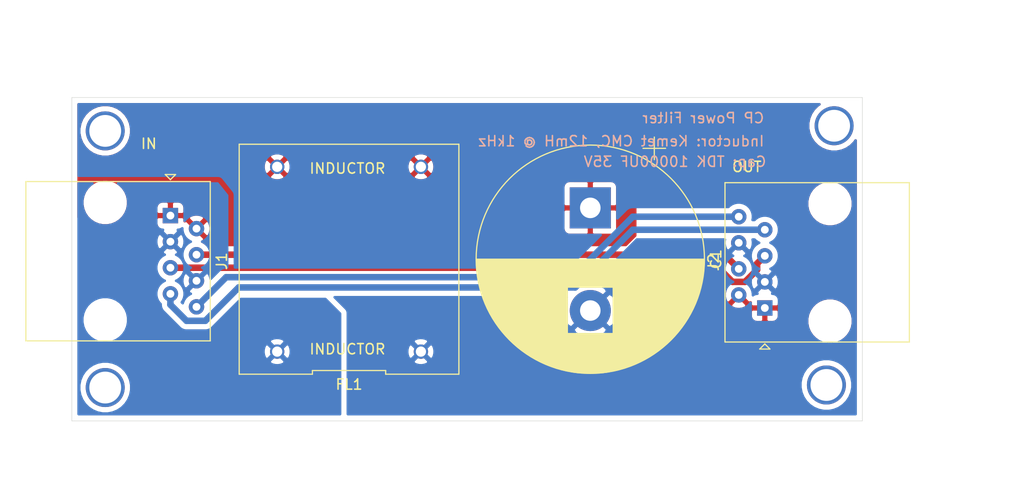
<source format=kicad_pcb>
(kicad_pcb (version 20171130) (host pcbnew "(5.1.4)-1")

  (general
    (thickness 1.6)
    (drawings 9)
    (tracks 21)
    (zones 0)
    (modules 8)
    (nets 9)
  )

  (page A4)
  (layers
    (0 F.Cu signal)
    (31 B.Cu signal)
    (32 B.Adhes user)
    (33 F.Adhes user)
    (34 B.Paste user)
    (35 F.Paste user)
    (36 B.SilkS user)
    (37 F.SilkS user)
    (38 B.Mask user)
    (39 F.Mask user)
    (40 Dwgs.User user)
    (41 Cmts.User user)
    (42 Eco1.User user)
    (43 Eco2.User user)
    (44 Edge.Cuts user)
    (45 Margin user)
    (46 B.CrtYd user)
    (47 F.CrtYd user)
    (48 B.Fab user)
    (49 F.Fab user hide)
  )

  (setup
    (last_trace_width 0.635)
    (user_trace_width 0.635)
    (user_trace_width 1.27)
    (trace_clearance 0.2)
    (zone_clearance 0.508)
    (zone_45_only no)
    (trace_min 0.2)
    (via_size 0.8)
    (via_drill 0.4)
    (via_min_size 0.4)
    (via_min_drill 0.3)
    (uvia_size 0.3)
    (uvia_drill 0.1)
    (uvias_allowed no)
    (uvia_min_size 0.2)
    (uvia_min_drill 0.1)
    (edge_width 0.05)
    (segment_width 0.2)
    (pcb_text_width 0.3)
    (pcb_text_size 1.5 1.5)
    (mod_edge_width 0.12)
    (mod_text_size 1 1)
    (mod_text_width 0.15)
    (pad_size 1.524 1.524)
    (pad_drill 0.762)
    (pad_to_mask_clearance 0.051)
    (solder_mask_min_width 0.25)
    (aux_axis_origin 0 0)
    (visible_elements 7FFFFFFF)
    (pcbplotparams
      (layerselection 0x010fc_ffffffff)
      (usegerberextensions false)
      (usegerberattributes false)
      (usegerberadvancedattributes false)
      (creategerberjobfile false)
      (excludeedgelayer true)
      (linewidth 0.100000)
      (plotframeref false)
      (viasonmask false)
      (mode 1)
      (useauxorigin false)
      (hpglpennumber 1)
      (hpglpenspeed 20)
      (hpglpendiameter 15.000000)
      (psnegative false)
      (psa4output false)
      (plotreference true)
      (plotvalue true)
      (plotinvisibletext false)
      (padsonsilk false)
      (subtractmaskfromsilk false)
      (outputformat 1)
      (mirror false)
      (drillshape 0)
      (scaleselection 1)
      (outputdirectory "Gerbers/"))
  )

  (net 0 "")
  (net 1 GND)
  (net 2 "Net-(C1-Pad1)")
  (net 3 "Net-(J1-Pad8)")
  (net 4 "Net-(J1-Pad7)")
  (net 5 "Net-(J1-Pad5)")
  (net 6 "Net-(J1-Pad4)")
  (net 7 "Net-(FL1-Pad4)")
  (net 8 "Net-(FL1-Pad2)")

  (net_class Default "This is the default net class."
    (clearance 0.2)
    (trace_width 0.25)
    (via_dia 0.8)
    (via_drill 0.4)
    (uvia_dia 0.3)
    (uvia_drill 0.1)
    (add_net GND)
    (add_net "Net-(C1-Pad1)")
    (add_net "Net-(FL1-Pad2)")
    (add_net "Net-(FL1-Pad4)")
    (add_net "Net-(J1-Pad4)")
    (add_net "Net-(J1-Pad5)")
    (add_net "Net-(J1-Pad7)")
    (add_net "Net-(J1-Pad8)")
  )

  (module PowerFilter:4PCPin (layer F.Cu) (tedit 5E46BABE) (tstamp 5E46C35B)
    (at 85 70.25 90)
    (path /5E46C1CF)
    (fp_text reference FL1 (at -12.2 0) (layer F.SilkS)
      (effects (font (size 1 1) (thickness 0.15)))
    )
    (fp_text value EMI_Filter_CommonMode (at 0 0 90) (layer F.Fab)
      (effects (font (size 1 1) (thickness 0.15)))
    )
    (fp_text user INDUCTOR (at -8.763 -0.1524) (layer F.SilkS)
      (effects (font (size 1 1) (thickness 0.15)))
    )
    (fp_text user INDUCTOR (at 8.8392 -0.1524) (layer F.SilkS)
      (effects (font (size 1 1) (thickness 0.15)))
    )
    (fp_line (start -9.95 7.95) (end -9.95 -7.95) (layer F.CrtYd) (width 0.05))
    (fp_line (start 9.95 7.95) (end -9.95 7.95) (layer F.CrtYd) (width 0.05))
    (fp_line (start 9.95 -7.95) (end 9.95 7.95) (layer F.CrtYd) (width 0.05))
    (fp_line (start -9.95 -7.95) (end 9.95 -7.95) (layer F.CrtYd) (width 0.05))
    (fp_line (start -11.2 3.566666) (end -11.2 10.7) (layer F.SilkS) (width 0.12))
    (fp_line (start -10.84 3.566666) (end -11.2 3.566666) (layer F.SilkS) (width 0.12))
    (fp_line (start -10.84 -3.566666) (end -10.84 3.566666) (layer F.SilkS) (width 0.12))
    (fp_line (start -11.2 -3.566666) (end -10.84 -3.566666) (layer F.SilkS) (width 0.12))
    (fp_line (start -11.2 -10.7) (end -11.2 -3.566666) (layer F.SilkS) (width 0.12))
    (fp_line (start 11.2 -10.7) (end -11.2 -10.7) (layer F.SilkS) (width 0.12))
    (fp_line (start 11.2 10.7) (end 11.2 -10.7) (layer F.SilkS) (width 0.12))
    (fp_line (start -11.2 10.7) (end 11.2 10.7) (layer F.SilkS) (width 0.12))
    (pad 3 thru_hole circle (at 9 7 90) (size 1.4 1.4) (drill 1) (layers *.Cu *.Mask)
      (net 2 "Net-(C1-Pad1)"))
    (pad 4 thru_hole circle (at 9 -7 90) (size 1.4 1.4) (drill 1) (layers *.Cu *.Mask)
      (net 7 "Net-(FL1-Pad4)"))
    (pad 1 thru_hole circle (at -9 7 90) (size 1.4 1.4) (drill 1) (layers *.Cu *.Mask)
      (net 1 GND))
    (pad 2 thru_hole circle (at -9 -7 90) (size 1.4 1.4) (drill 1) (layers *.Cu *.Mask)
      (net 8 "Net-(FL1-Pad2)"))
  )

  (module PowerFilter:3.0mmhole (layer F.Cu) (tedit 5E18E5EA) (tstamp 5E4682FB)
    (at 132.25 57.25)
    (descr "solder Pin_ diameter 1.0mm, hole diameter 1.2mm (loose fit), length 10.0mm")
    (tags "solder Pin_ loose fit")
    (fp_text reference REF** (at 0.0762 2.758) (layer F.SilkS) hide
      (effects (font (size 1 1) (thickness 0.15)))
    )
    (fp_text value 3.0mmhole (at 0.1524 -3.0226) (layer F.Fab)
      (effects (font (size 1 1) (thickness 0.15)))
    )
    (fp_circle (center 0 0) (end 1.2 0) (layer F.Fab) (width 0.12))
    (fp_circle (center 0 0) (end 0.5 0) (layer F.Fab) (width 0.12))
    (fp_circle (center 0 0) (end 1.7 0) (layer F.CrtYd) (width 0.05))
    (fp_text user %R (at 0.0762 2.758) (layer F.Fab)
      (effects (font (size 1 1) (thickness 0.15)))
    )
    (pad 1 thru_hole circle (at 0 0) (size 3.8 3.8) (drill 3.1) (layers *.Cu *.Mask))
    (model ${KISYS3DMOD}/Connector_Pin.3dshapes/Pin_D1.0mm_L10.0mm_LooseFit.wrl
      (at (xyz 0 0 0))
      (scale (xyz 1 1 1))
      (rotate (xyz 0 0 0))
    )
  )

  (module PowerFilter:3.0mmhole (layer F.Cu) (tedit 5E18E5EA) (tstamp 5E4682FB)
    (at 131.5 82.5)
    (descr "solder Pin_ diameter 1.0mm, hole diameter 1.2mm (loose fit), length 10.0mm")
    (tags "solder Pin_ loose fit")
    (fp_text reference REF** (at 0.0762 2.758) (layer F.SilkS) hide
      (effects (font (size 1 1) (thickness 0.15)))
    )
    (fp_text value 3.0mmhole (at 0.1524 -3.0226) (layer F.Fab)
      (effects (font (size 1 1) (thickness 0.15)))
    )
    (fp_circle (center 0 0) (end 1.2 0) (layer F.Fab) (width 0.12))
    (fp_circle (center 0 0) (end 0.5 0) (layer F.Fab) (width 0.12))
    (fp_circle (center 0 0) (end 1.7 0) (layer F.CrtYd) (width 0.05))
    (fp_text user %R (at 0.0762 2.758) (layer F.Fab)
      (effects (font (size 1 1) (thickness 0.15)))
    )
    (pad 1 thru_hole circle (at 0 0) (size 3.8 3.8) (drill 3.1) (layers *.Cu *.Mask))
    (model ${KISYS3DMOD}/Connector_Pin.3dshapes/Pin_D1.0mm_L10.0mm_LooseFit.wrl
      (at (xyz 0 0 0))
      (scale (xyz 1 1 1))
      (rotate (xyz 0 0 0))
    )
  )

  (module PowerFilter:3.0mmhole (layer F.Cu) (tedit 5E18E5EA) (tstamp 5E4682FB)
    (at 61.25 82.75)
    (descr "solder Pin_ diameter 1.0mm, hole diameter 1.2mm (loose fit), length 10.0mm")
    (tags "solder Pin_ loose fit")
    (fp_text reference REF** (at 0.0762 2.758) (layer F.SilkS) hide
      (effects (font (size 1 1) (thickness 0.15)))
    )
    (fp_text value 3.0mmhole (at 0.1524 -3.0226) (layer F.Fab)
      (effects (font (size 1 1) (thickness 0.15)))
    )
    (fp_circle (center 0 0) (end 1.2 0) (layer F.Fab) (width 0.12))
    (fp_circle (center 0 0) (end 0.5 0) (layer F.Fab) (width 0.12))
    (fp_circle (center 0 0) (end 1.7 0) (layer F.CrtYd) (width 0.05))
    (fp_text user %R (at 0.0762 2.758) (layer F.Fab)
      (effects (font (size 1 1) (thickness 0.15)))
    )
    (pad 1 thru_hole circle (at 0 0) (size 3.8 3.8) (drill 3.1) (layers *.Cu *.Mask))
    (model ${KISYS3DMOD}/Connector_Pin.3dshapes/Pin_D1.0mm_L10.0mm_LooseFit.wrl
      (at (xyz 0 0 0))
      (scale (xyz 1 1 1))
      (rotate (xyz 0 0 0))
    )
  )

  (module PowerFilter:3.0mmhole (layer F.Cu) (tedit 5E18E5EA) (tstamp 5E4682FA)
    (at 61.25 57.75)
    (descr "solder Pin_ diameter 1.0mm, hole diameter 1.2mm (loose fit), length 10.0mm")
    (tags "solder Pin_ loose fit")
    (fp_text reference REF** (at 0.0762 2.758) (layer F.SilkS) hide
      (effects (font (size 1 1) (thickness 0.15)))
    )
    (fp_text value 3.0mmhole (at 0.1524 -3.0226) (layer F.Fab)
      (effects (font (size 1 1) (thickness 0.15)))
    )
    (fp_text user %R (at 0.0762 2.758) (layer F.Fab)
      (effects (font (size 1 1) (thickness 0.15)))
    )
    (fp_circle (center 0 0) (end 1.7 0) (layer F.CrtYd) (width 0.05))
    (fp_circle (center 0 0) (end 0.5 0) (layer F.Fab) (width 0.12))
    (fp_circle (center 0 0) (end 1.2 0) (layer F.Fab) (width 0.12))
    (pad 1 thru_hole circle (at 0 0) (size 3.8 3.8) (drill 3.1) (layers *.Cu *.Mask))
    (model ${KISYS3DMOD}/Connector_Pin.3dshapes/Pin_D1.0mm_L10.0mm_LooseFit.wrl
      (at (xyz 0 0 0))
      (scale (xyz 1 1 1))
      (rotate (xyz 0 0 0))
    )
  )

  (module Connector_RJ:RJ45_Amphenol_54602-x08_Horizontal (layer F.Cu) (tedit 5B103613) (tstamp 5E46215B)
    (at 125.5 75 90)
    (descr "8 Pol Shallow Latch Connector, Modjack, RJ45 (https://cdn.amphenol-icc.com/media/wysiwyg/files/drawing/c-bmj-0102.pdf)")
    (tags RJ45)
    (path /5E45C163)
    (fp_text reference J2 (at 4.445 -5 90) (layer F.SilkS)
      (effects (font (size 1 1) (thickness 0.15)))
    )
    (fp_text value RJ45 (at 4.445 4 90) (layer F.Fab)
      (effects (font (size 1 1) (thickness 0.15)))
    )
    (fp_line (start 12.6 14.47) (end -3.71 14.47) (layer F.CrtYd) (width 0.05))
    (fp_line (start 12.6 14.47) (end 12.6 -4.27) (layer F.CrtYd) (width 0.05))
    (fp_line (start -3.71 -4.27) (end -3.71 14.47) (layer F.CrtYd) (width 0.05))
    (fp_line (start -3.71 -4.27) (end 12.6 -4.27) (layer F.CrtYd) (width 0.05))
    (fp_line (start -3.315 -3.88) (end -3.315 14.08) (layer F.SilkS) (width 0.12))
    (fp_line (start 12.205 -3.88) (end -3.315 -3.88) (layer F.SilkS) (width 0.12))
    (fp_line (start 12.205 -3.88) (end 12.205 14.08) (layer F.SilkS) (width 0.12))
    (fp_line (start -3.315 14.08) (end 12.205 14.08) (layer F.SilkS) (width 0.12))
    (fp_line (start -3.205 -2.77) (end -2.205 -3.77) (layer F.Fab) (width 0.12))
    (fp_line (start -2.205 -3.77) (end 12.095 -3.77) (layer F.Fab) (width 0.12))
    (fp_line (start 12.095 -3.77) (end 12.095 13.97) (layer F.Fab) (width 0.12))
    (fp_line (start 12.095 13.97) (end -3.205 13.97) (layer F.Fab) (width 0.12))
    (fp_line (start -3.205 13.97) (end -3.205 -2.77) (layer F.Fab) (width 0.12))
    (fp_line (start -3.5 0) (end -4 -0.5) (layer F.SilkS) (width 0.12))
    (fp_line (start -4 -0.5) (end -4 0.5) (layer F.SilkS) (width 0.12))
    (fp_line (start -4 0.5) (end -3.5 0) (layer F.SilkS) (width 0.12))
    (fp_text user %R (at 4.445 2 90) (layer F.Fab)
      (effects (font (size 1 1) (thickness 0.15)))
    )
    (pad 8 thru_hole circle (at 8.89 -2.54 90) (size 1.5 1.5) (drill 0.76) (layers *.Cu *.Mask)
      (net 3 "Net-(J1-Pad8)"))
    (pad 7 thru_hole circle (at 7.62 0 90) (size 1.5 1.5) (drill 0.76) (layers *.Cu *.Mask)
      (net 4 "Net-(J1-Pad7)"))
    (pad 6 thru_hole circle (at 6.35 -2.54 90) (size 1.5 1.5) (drill 0.76) (layers *.Cu *.Mask)
      (net 1 GND))
    (pad 5 thru_hole circle (at 5.08 0 90) (size 1.5 1.5) (drill 0.76) (layers *.Cu *.Mask)
      (net 5 "Net-(J1-Pad5)"))
    (pad 4 thru_hole circle (at 3.81 -2.54 90) (size 1.5 1.5) (drill 0.76) (layers *.Cu *.Mask)
      (net 6 "Net-(J1-Pad4)"))
    (pad 3 thru_hole circle (at 2.54 0 90) (size 1.5 1.5) (drill 0.76) (layers *.Cu *.Mask)
      (net 1 GND))
    (pad 2 thru_hole circle (at 1.27 -2.54 90) (size 1.5 1.5) (drill 0.76) (layers *.Cu *.Mask)
      (net 2 "Net-(C1-Pad1)"))
    (pad 1 thru_hole rect (at 0 0 90) (size 1.5 1.5) (drill 0.76) (layers *.Cu *.Mask)
      (net 2 "Net-(C1-Pad1)"))
    (pad "" np_thru_hole circle (at -1.27 6.35 90) (size 3.2 3.2) (drill 3.2) (layers *.Cu *.Mask))
    (pad "" np_thru_hole circle (at 10.16 6.35 90) (size 3.2 3.2) (drill 3.2) (layers *.Cu *.Mask))
    (model ${KISYS3DMOD}/Connector_RJ.3dshapes/RJ45_Amphenol_54602-x08_Horizontal.wrl
      (at (xyz 0 0 0))
      (scale (xyz 1 1 1))
      (rotate (xyz 0 0 0))
    )
    (model C:/Users/lbleam/Documents/stepfiles/54602-908LFc.STEP
      (offset (xyz 4.45 3.75 10.5))
      (scale (xyz 1 1 1))
      (rotate (xyz 90 180 90))
    )
  )

  (module Connector_RJ:RJ45_Amphenol_54602-x08_Horizontal (layer F.Cu) (tedit 5B103613) (tstamp 5E46213C)
    (at 67.6 66 270)
    (descr "8 Pol Shallow Latch Connector, Modjack, RJ45 (https://cdn.amphenol-icc.com/media/wysiwyg/files/drawing/c-bmj-0102.pdf)")
    (tags RJ45)
    (path /5E459127)
    (fp_text reference J1 (at 4.445 -5 90) (layer F.SilkS)
      (effects (font (size 1 1) (thickness 0.15)))
    )
    (fp_text value RJ45 (at 4.445 4 90) (layer F.Fab)
      (effects (font (size 1 1) (thickness 0.15)))
    )
    (fp_line (start 12.6 14.47) (end -3.71 14.47) (layer F.CrtYd) (width 0.05))
    (fp_line (start 12.6 14.47) (end 12.6 -4.27) (layer F.CrtYd) (width 0.05))
    (fp_line (start -3.71 -4.27) (end -3.71 14.47) (layer F.CrtYd) (width 0.05))
    (fp_line (start -3.71 -4.27) (end 12.6 -4.27) (layer F.CrtYd) (width 0.05))
    (fp_line (start -3.315 -3.88) (end -3.315 14.08) (layer F.SilkS) (width 0.12))
    (fp_line (start 12.205 -3.88) (end -3.315 -3.88) (layer F.SilkS) (width 0.12))
    (fp_line (start 12.205 -3.88) (end 12.205 14.08) (layer F.SilkS) (width 0.12))
    (fp_line (start -3.315 14.08) (end 12.205 14.08) (layer F.SilkS) (width 0.12))
    (fp_line (start -3.205 -2.77) (end -2.205 -3.77) (layer F.Fab) (width 0.12))
    (fp_line (start -2.205 -3.77) (end 12.095 -3.77) (layer F.Fab) (width 0.12))
    (fp_line (start 12.095 -3.77) (end 12.095 13.97) (layer F.Fab) (width 0.12))
    (fp_line (start 12.095 13.97) (end -3.205 13.97) (layer F.Fab) (width 0.12))
    (fp_line (start -3.205 13.97) (end -3.205 -2.77) (layer F.Fab) (width 0.12))
    (fp_line (start -3.5 0) (end -4 -0.5) (layer F.SilkS) (width 0.12))
    (fp_line (start -4 -0.5) (end -4 0.5) (layer F.SilkS) (width 0.12))
    (fp_line (start -4 0.5) (end -3.5 0) (layer F.SilkS) (width 0.12))
    (fp_text user %R (at 4.445 2 90) (layer F.Fab)
      (effects (font (size 1 1) (thickness 0.15)))
    )
    (pad 8 thru_hole circle (at 8.89 -2.54 270) (size 1.5 1.5) (drill 0.76) (layers *.Cu *.Mask)
      (net 3 "Net-(J1-Pad8)"))
    (pad 7 thru_hole circle (at 7.62 0 270) (size 1.5 1.5) (drill 0.76) (layers *.Cu *.Mask)
      (net 4 "Net-(J1-Pad7)"))
    (pad 6 thru_hole circle (at 6.35 -2.54 270) (size 1.5 1.5) (drill 0.76) (layers *.Cu *.Mask)
      (net 8 "Net-(FL1-Pad2)"))
    (pad 5 thru_hole circle (at 5.08 0 270) (size 1.5 1.5) (drill 0.76) (layers *.Cu *.Mask)
      (net 5 "Net-(J1-Pad5)"))
    (pad 4 thru_hole circle (at 3.81 -2.54 270) (size 1.5 1.5) (drill 0.76) (layers *.Cu *.Mask)
      (net 6 "Net-(J1-Pad4)"))
    (pad 3 thru_hole circle (at 2.54 0 270) (size 1.5 1.5) (drill 0.76) (layers *.Cu *.Mask)
      (net 8 "Net-(FL1-Pad2)"))
    (pad 2 thru_hole circle (at 1.27 -2.54 270) (size 1.5 1.5) (drill 0.76) (layers *.Cu *.Mask)
      (net 7 "Net-(FL1-Pad4)"))
    (pad 1 thru_hole rect (at 0 0 270) (size 1.5 1.5) (drill 0.76) (layers *.Cu *.Mask)
      (net 7 "Net-(FL1-Pad4)"))
    (pad "" np_thru_hole circle (at -1.27 6.35 270) (size 3.2 3.2) (drill 3.2) (layers *.Cu *.Mask))
    (pad "" np_thru_hole circle (at 10.16 6.35 270) (size 3.2 3.2) (drill 3.2) (layers *.Cu *.Mask))
    (model ${KISYS3DMOD}/Connector_RJ.3dshapes/RJ45_Amphenol_54602-x08_Horizontal.wrl
      (at (xyz 0 0 0))
      (scale (xyz 1 1 1))
      (rotate (xyz 0 0 0))
    )
    (model C:/Users/lbleam/Documents/stepfiles/54602-908LFc.STEP
      (offset (xyz 4.45 3.75 10.5))
      (scale (xyz 1 1 1))
      (rotate (xyz 90 180 90))
    )
  )

  (module Capacitor_THT:CP_Radial_D22.0mm_P10.00mm_SnapIn (layer F.Cu) (tedit 5AE50EF1) (tstamp 5E46211D)
    (at 108.5 65.25 270)
    (descr "CP, Radial series, Radial, pin pitch=10.00mm, , diameter=22mm, Electrolytic Capacitor, , http://www.vishay.com/docs/28342/058059pll-si.pdf")
    (tags "CP Radial series Radial pin pitch 10.00mm  diameter 22mm Electrolytic Capacitor")
    (path /5E457942)
    (fp_text reference C1 (at 5 -12.25 90) (layer F.SilkS)
      (effects (font (size 1 1) (thickness 0.15)))
    )
    (fp_text value CP (at 5 12.25 90) (layer F.Fab)
      (effects (font (size 1 1) (thickness 0.15)))
    )
    (fp_text user %R (at 5 0 90) (layer F.Fab)
      (effects (font (size 1 1) (thickness 0.15)))
    )
    (fp_line (start -5.799337 -7.335) (end -5.799337 -5.135) (layer F.SilkS) (width 0.12))
    (fp_line (start -6.899337 -6.235) (end -4.699337 -6.235) (layer F.SilkS) (width 0.12))
    (fp_line (start 16.12 -0.04) (end 16.12 0.04) (layer F.SilkS) (width 0.12))
    (fp_line (start 16.08 -0.903) (end 16.08 0.903) (layer F.SilkS) (width 0.12))
    (fp_line (start 16.04 -1.292) (end 16.04 1.292) (layer F.SilkS) (width 0.12))
    (fp_line (start 16 -1.59) (end 16 1.59) (layer F.SilkS) (width 0.12))
    (fp_line (start 15.96 -1.84) (end 15.96 1.84) (layer F.SilkS) (width 0.12))
    (fp_line (start 15.92 -2.06) (end 15.92 2.06) (layer F.SilkS) (width 0.12))
    (fp_line (start 15.88 -2.258) (end 15.88 2.258) (layer F.SilkS) (width 0.12))
    (fp_line (start 15.84 -2.44) (end 15.84 2.44) (layer F.SilkS) (width 0.12))
    (fp_line (start 15.8 -2.609) (end 15.8 2.609) (layer F.SilkS) (width 0.12))
    (fp_line (start 15.76 -2.767) (end 15.76 2.767) (layer F.SilkS) (width 0.12))
    (fp_line (start 15.72 -2.916) (end 15.72 2.916) (layer F.SilkS) (width 0.12))
    (fp_line (start 15.68 -3.058) (end 15.68 3.058) (layer F.SilkS) (width 0.12))
    (fp_line (start 15.64 -3.192) (end 15.64 3.192) (layer F.SilkS) (width 0.12))
    (fp_line (start 15.6 -3.321) (end 15.6 3.321) (layer F.SilkS) (width 0.12))
    (fp_line (start 15.56 -3.445) (end 15.56 3.445) (layer F.SilkS) (width 0.12))
    (fp_line (start 15.52 -3.564) (end 15.52 3.564) (layer F.SilkS) (width 0.12))
    (fp_line (start 15.48 -3.679) (end 15.48 3.679) (layer F.SilkS) (width 0.12))
    (fp_line (start 15.44 -3.789) (end 15.44 3.789) (layer F.SilkS) (width 0.12))
    (fp_line (start 15.4 -3.897) (end 15.4 3.897) (layer F.SilkS) (width 0.12))
    (fp_line (start 15.36 -4.001) (end 15.36 4.001) (layer F.SilkS) (width 0.12))
    (fp_line (start 15.32 -4.102) (end 15.32 4.102) (layer F.SilkS) (width 0.12))
    (fp_line (start 15.28 -4.2) (end 15.28 4.2) (layer F.SilkS) (width 0.12))
    (fp_line (start 15.24 -4.296) (end 15.24 4.296) (layer F.SilkS) (width 0.12))
    (fp_line (start 15.2 -4.389) (end 15.2 4.389) (layer F.SilkS) (width 0.12))
    (fp_line (start 15.16 -4.48) (end 15.16 4.48) (layer F.SilkS) (width 0.12))
    (fp_line (start 15.12 -4.569) (end 15.12 4.569) (layer F.SilkS) (width 0.12))
    (fp_line (start 15.08 -4.656) (end 15.08 4.656) (layer F.SilkS) (width 0.12))
    (fp_line (start 15.04 -4.741) (end 15.04 4.741) (layer F.SilkS) (width 0.12))
    (fp_line (start 15 -4.824) (end 15 4.824) (layer F.SilkS) (width 0.12))
    (fp_line (start 14.96 -4.905) (end 14.96 4.905) (layer F.SilkS) (width 0.12))
    (fp_line (start 14.92 -4.985) (end 14.92 4.985) (layer F.SilkS) (width 0.12))
    (fp_line (start 14.88 -5.063) (end 14.88 5.063) (layer F.SilkS) (width 0.12))
    (fp_line (start 14.84 -5.14) (end 14.84 5.14) (layer F.SilkS) (width 0.12))
    (fp_line (start 14.8 -5.215) (end 14.8 5.215) (layer F.SilkS) (width 0.12))
    (fp_line (start 14.76 -5.289) (end 14.76 5.289) (layer F.SilkS) (width 0.12))
    (fp_line (start 14.72 -5.362) (end 14.72 5.362) (layer F.SilkS) (width 0.12))
    (fp_line (start 14.68 -5.433) (end 14.68 5.433) (layer F.SilkS) (width 0.12))
    (fp_line (start 14.64 -5.503) (end 14.64 5.503) (layer F.SilkS) (width 0.12))
    (fp_line (start 14.6 -5.572) (end 14.6 5.572) (layer F.SilkS) (width 0.12))
    (fp_line (start 14.56 -5.64) (end 14.56 5.64) (layer F.SilkS) (width 0.12))
    (fp_line (start 14.52 -5.707) (end 14.52 5.707) (layer F.SilkS) (width 0.12))
    (fp_line (start 14.48 -5.773) (end 14.48 5.773) (layer F.SilkS) (width 0.12))
    (fp_line (start 14.44 -5.838) (end 14.44 5.838) (layer F.SilkS) (width 0.12))
    (fp_line (start 14.4 -5.901) (end 14.4 5.901) (layer F.SilkS) (width 0.12))
    (fp_line (start 14.36 -5.964) (end 14.36 5.964) (layer F.SilkS) (width 0.12))
    (fp_line (start 14.32 -6.026) (end 14.32 6.026) (layer F.SilkS) (width 0.12))
    (fp_line (start 14.28 -6.087) (end 14.28 6.087) (layer F.SilkS) (width 0.12))
    (fp_line (start 14.24 -6.147) (end 14.24 6.147) (layer F.SilkS) (width 0.12))
    (fp_line (start 14.2 -6.207) (end 14.2 6.207) (layer F.SilkS) (width 0.12))
    (fp_line (start 14.16 -6.265) (end 14.16 6.265) (layer F.SilkS) (width 0.12))
    (fp_line (start 14.12 -6.323) (end 14.12 6.323) (layer F.SilkS) (width 0.12))
    (fp_line (start 14.08 -6.38) (end 14.08 6.38) (layer F.SilkS) (width 0.12))
    (fp_line (start 14.04 -6.436) (end 14.04 6.436) (layer F.SilkS) (width 0.12))
    (fp_line (start 14 -6.492) (end 14 6.492) (layer F.SilkS) (width 0.12))
    (fp_line (start 13.96 -6.546) (end 13.96 6.546) (layer F.SilkS) (width 0.12))
    (fp_line (start 13.92 -6.6) (end 13.92 6.6) (layer F.SilkS) (width 0.12))
    (fp_line (start 13.88 -6.654) (end 13.88 6.654) (layer F.SilkS) (width 0.12))
    (fp_line (start 13.84 -6.707) (end 13.84 6.707) (layer F.SilkS) (width 0.12))
    (fp_line (start 13.8 -6.759) (end 13.8 6.759) (layer F.SilkS) (width 0.12))
    (fp_line (start 13.76 -6.81) (end 13.76 6.81) (layer F.SilkS) (width 0.12))
    (fp_line (start 13.72 -6.861) (end 13.72 6.861) (layer F.SilkS) (width 0.12))
    (fp_line (start 13.68 -6.911) (end 13.68 6.911) (layer F.SilkS) (width 0.12))
    (fp_line (start 13.64 -6.961) (end 13.64 6.961) (layer F.SilkS) (width 0.12))
    (fp_line (start 13.6 -7.01) (end 13.6 7.01) (layer F.SilkS) (width 0.12))
    (fp_line (start 13.56 -7.058) (end 13.56 7.058) (layer F.SilkS) (width 0.12))
    (fp_line (start 13.52 -7.106) (end 13.52 7.106) (layer F.SilkS) (width 0.12))
    (fp_line (start 13.48 -7.154) (end 13.48 7.154) (layer F.SilkS) (width 0.12))
    (fp_line (start 13.44 -7.201) (end 13.44 7.201) (layer F.SilkS) (width 0.12))
    (fp_line (start 13.4 -7.247) (end 13.4 7.247) (layer F.SilkS) (width 0.12))
    (fp_line (start 13.36 -7.293) (end 13.36 7.293) (layer F.SilkS) (width 0.12))
    (fp_line (start 13.32 -7.338) (end 13.32 7.338) (layer F.SilkS) (width 0.12))
    (fp_line (start 13.28 -7.383) (end 13.28 7.383) (layer F.SilkS) (width 0.12))
    (fp_line (start 13.24 -7.428) (end 13.24 7.428) (layer F.SilkS) (width 0.12))
    (fp_line (start 13.2 -7.471) (end 13.2 7.471) (layer F.SilkS) (width 0.12))
    (fp_line (start 13.161 -7.515) (end 13.161 7.515) (layer F.SilkS) (width 0.12))
    (fp_line (start 13.121 -7.558) (end 13.121 7.558) (layer F.SilkS) (width 0.12))
    (fp_line (start 13.081 -7.6) (end 13.081 7.6) (layer F.SilkS) (width 0.12))
    (fp_line (start 13.041 -7.642) (end 13.041 7.642) (layer F.SilkS) (width 0.12))
    (fp_line (start 13.001 -7.684) (end 13.001 7.684) (layer F.SilkS) (width 0.12))
    (fp_line (start 12.961 -7.725) (end 12.961 7.725) (layer F.SilkS) (width 0.12))
    (fp_line (start 12.921 -7.766) (end 12.921 7.766) (layer F.SilkS) (width 0.12))
    (fp_line (start 12.881 -7.807) (end 12.881 7.807) (layer F.SilkS) (width 0.12))
    (fp_line (start 12.841 -7.846) (end 12.841 7.846) (layer F.SilkS) (width 0.12))
    (fp_line (start 12.801 -7.886) (end 12.801 7.886) (layer F.SilkS) (width 0.12))
    (fp_line (start 12.761 -7.925) (end 12.761 7.925) (layer F.SilkS) (width 0.12))
    (fp_line (start 12.721 -7.964) (end 12.721 7.964) (layer F.SilkS) (width 0.12))
    (fp_line (start 12.681 -8.002) (end 12.681 8.002) (layer F.SilkS) (width 0.12))
    (fp_line (start 12.641 -8.04) (end 12.641 8.04) (layer F.SilkS) (width 0.12))
    (fp_line (start 12.601 -8.078) (end 12.601 8.078) (layer F.SilkS) (width 0.12))
    (fp_line (start 12.561 -8.115) (end 12.561 8.115) (layer F.SilkS) (width 0.12))
    (fp_line (start 12.521 -8.152) (end 12.521 8.152) (layer F.SilkS) (width 0.12))
    (fp_line (start 12.481 -8.189) (end 12.481 8.189) (layer F.SilkS) (width 0.12))
    (fp_line (start 12.441 -8.225) (end 12.441 8.225) (layer F.SilkS) (width 0.12))
    (fp_line (start 12.401 -8.261) (end 12.401 8.261) (layer F.SilkS) (width 0.12))
    (fp_line (start 12.361 -8.296) (end 12.361 8.296) (layer F.SilkS) (width 0.12))
    (fp_line (start 12.321 -8.331) (end 12.321 8.331) (layer F.SilkS) (width 0.12))
    (fp_line (start 12.281 -8.366) (end 12.281 8.366) (layer F.SilkS) (width 0.12))
    (fp_line (start 12.241 -8.401) (end 12.241 8.401) (layer F.SilkS) (width 0.12))
    (fp_line (start 12.201 2.24) (end 12.201 8.435) (layer F.SilkS) (width 0.12))
    (fp_line (start 12.201 -8.435) (end 12.201 -2.24) (layer F.SilkS) (width 0.12))
    (fp_line (start 12.161 2.24) (end 12.161 8.469) (layer F.SilkS) (width 0.12))
    (fp_line (start 12.161 -8.469) (end 12.161 -2.24) (layer F.SilkS) (width 0.12))
    (fp_line (start 12.121 2.24) (end 12.121 8.502) (layer F.SilkS) (width 0.12))
    (fp_line (start 12.121 -8.502) (end 12.121 -2.24) (layer F.SilkS) (width 0.12))
    (fp_line (start 12.081 2.24) (end 12.081 8.535) (layer F.SilkS) (width 0.12))
    (fp_line (start 12.081 -8.535) (end 12.081 -2.24) (layer F.SilkS) (width 0.12))
    (fp_line (start 12.041 2.24) (end 12.041 8.568) (layer F.SilkS) (width 0.12))
    (fp_line (start 12.041 -8.568) (end 12.041 -2.24) (layer F.SilkS) (width 0.12))
    (fp_line (start 12.001 2.24) (end 12.001 8.601) (layer F.SilkS) (width 0.12))
    (fp_line (start 12.001 -8.601) (end 12.001 -2.24) (layer F.SilkS) (width 0.12))
    (fp_line (start 11.961 2.24) (end 11.961 8.633) (layer F.SilkS) (width 0.12))
    (fp_line (start 11.961 -8.633) (end 11.961 -2.24) (layer F.SilkS) (width 0.12))
    (fp_line (start 11.921 2.24) (end 11.921 8.665) (layer F.SilkS) (width 0.12))
    (fp_line (start 11.921 -8.665) (end 11.921 -2.24) (layer F.SilkS) (width 0.12))
    (fp_line (start 11.881 2.24) (end 11.881 8.697) (layer F.SilkS) (width 0.12))
    (fp_line (start 11.881 -8.697) (end 11.881 -2.24) (layer F.SilkS) (width 0.12))
    (fp_line (start 11.841 2.24) (end 11.841 8.728) (layer F.SilkS) (width 0.12))
    (fp_line (start 11.841 -8.728) (end 11.841 -2.24) (layer F.SilkS) (width 0.12))
    (fp_line (start 11.801 2.24) (end 11.801 8.759) (layer F.SilkS) (width 0.12))
    (fp_line (start 11.801 -8.759) (end 11.801 -2.24) (layer F.SilkS) (width 0.12))
    (fp_line (start 11.761 2.24) (end 11.761 8.79) (layer F.SilkS) (width 0.12))
    (fp_line (start 11.761 -8.79) (end 11.761 -2.24) (layer F.SilkS) (width 0.12))
    (fp_line (start 11.721 2.24) (end 11.721 8.82) (layer F.SilkS) (width 0.12))
    (fp_line (start 11.721 -8.82) (end 11.721 -2.24) (layer F.SilkS) (width 0.12))
    (fp_line (start 11.681 2.24) (end 11.681 8.85) (layer F.SilkS) (width 0.12))
    (fp_line (start 11.681 -8.85) (end 11.681 -2.24) (layer F.SilkS) (width 0.12))
    (fp_line (start 11.641 2.24) (end 11.641 8.88) (layer F.SilkS) (width 0.12))
    (fp_line (start 11.641 -8.88) (end 11.641 -2.24) (layer F.SilkS) (width 0.12))
    (fp_line (start 11.601 2.24) (end 11.601 8.91) (layer F.SilkS) (width 0.12))
    (fp_line (start 11.601 -8.91) (end 11.601 -2.24) (layer F.SilkS) (width 0.12))
    (fp_line (start 11.561 2.24) (end 11.561 8.939) (layer F.SilkS) (width 0.12))
    (fp_line (start 11.561 -8.939) (end 11.561 -2.24) (layer F.SilkS) (width 0.12))
    (fp_line (start 11.521 2.24) (end 11.521 8.968) (layer F.SilkS) (width 0.12))
    (fp_line (start 11.521 -8.968) (end 11.521 -2.24) (layer F.SilkS) (width 0.12))
    (fp_line (start 11.481 2.24) (end 11.481 8.997) (layer F.SilkS) (width 0.12))
    (fp_line (start 11.481 -8.997) (end 11.481 -2.24) (layer F.SilkS) (width 0.12))
    (fp_line (start 11.441 2.24) (end 11.441 9.026) (layer F.SilkS) (width 0.12))
    (fp_line (start 11.441 -9.026) (end 11.441 -2.24) (layer F.SilkS) (width 0.12))
    (fp_line (start 11.401 2.24) (end 11.401 9.054) (layer F.SilkS) (width 0.12))
    (fp_line (start 11.401 -9.054) (end 11.401 -2.24) (layer F.SilkS) (width 0.12))
    (fp_line (start 11.361 2.24) (end 11.361 9.082) (layer F.SilkS) (width 0.12))
    (fp_line (start 11.361 -9.082) (end 11.361 -2.24) (layer F.SilkS) (width 0.12))
    (fp_line (start 11.321 2.24) (end 11.321 9.11) (layer F.SilkS) (width 0.12))
    (fp_line (start 11.321 -9.11) (end 11.321 -2.24) (layer F.SilkS) (width 0.12))
    (fp_line (start 11.281 2.24) (end 11.281 9.137) (layer F.SilkS) (width 0.12))
    (fp_line (start 11.281 -9.137) (end 11.281 -2.24) (layer F.SilkS) (width 0.12))
    (fp_line (start 11.241 2.24) (end 11.241 9.165) (layer F.SilkS) (width 0.12))
    (fp_line (start 11.241 -9.165) (end 11.241 -2.24) (layer F.SilkS) (width 0.12))
    (fp_line (start 11.201 2.24) (end 11.201 9.192) (layer F.SilkS) (width 0.12))
    (fp_line (start 11.201 -9.192) (end 11.201 -2.24) (layer F.SilkS) (width 0.12))
    (fp_line (start 11.161 2.24) (end 11.161 9.218) (layer F.SilkS) (width 0.12))
    (fp_line (start 11.161 -9.218) (end 11.161 -2.24) (layer F.SilkS) (width 0.12))
    (fp_line (start 11.121 2.24) (end 11.121 9.245) (layer F.SilkS) (width 0.12))
    (fp_line (start 11.121 -9.245) (end 11.121 -2.24) (layer F.SilkS) (width 0.12))
    (fp_line (start 11.081 2.24) (end 11.081 9.271) (layer F.SilkS) (width 0.12))
    (fp_line (start 11.081 -9.271) (end 11.081 -2.24) (layer F.SilkS) (width 0.12))
    (fp_line (start 11.041 2.24) (end 11.041 9.297) (layer F.SilkS) (width 0.12))
    (fp_line (start 11.041 -9.297) (end 11.041 -2.24) (layer F.SilkS) (width 0.12))
    (fp_line (start 11.001 2.24) (end 11.001 9.323) (layer F.SilkS) (width 0.12))
    (fp_line (start 11.001 -9.323) (end 11.001 -2.24) (layer F.SilkS) (width 0.12))
    (fp_line (start 10.961 2.24) (end 10.961 9.348) (layer F.SilkS) (width 0.12))
    (fp_line (start 10.961 -9.348) (end 10.961 -2.24) (layer F.SilkS) (width 0.12))
    (fp_line (start 10.921 2.24) (end 10.921 9.374) (layer F.SilkS) (width 0.12))
    (fp_line (start 10.921 -9.374) (end 10.921 -2.24) (layer F.SilkS) (width 0.12))
    (fp_line (start 10.881 2.24) (end 10.881 9.399) (layer F.SilkS) (width 0.12))
    (fp_line (start 10.881 -9.399) (end 10.881 -2.24) (layer F.SilkS) (width 0.12))
    (fp_line (start 10.841 2.24) (end 10.841 9.424) (layer F.SilkS) (width 0.12))
    (fp_line (start 10.841 -9.424) (end 10.841 -2.24) (layer F.SilkS) (width 0.12))
    (fp_line (start 10.801 2.24) (end 10.801 9.448) (layer F.SilkS) (width 0.12))
    (fp_line (start 10.801 -9.448) (end 10.801 -2.24) (layer F.SilkS) (width 0.12))
    (fp_line (start 10.761 2.24) (end 10.761 9.472) (layer F.SilkS) (width 0.12))
    (fp_line (start 10.761 -9.472) (end 10.761 -2.24) (layer F.SilkS) (width 0.12))
    (fp_line (start 10.721 2.24) (end 10.721 9.497) (layer F.SilkS) (width 0.12))
    (fp_line (start 10.721 -9.497) (end 10.721 -2.24) (layer F.SilkS) (width 0.12))
    (fp_line (start 10.681 2.24) (end 10.681 9.52) (layer F.SilkS) (width 0.12))
    (fp_line (start 10.681 -9.52) (end 10.681 -2.24) (layer F.SilkS) (width 0.12))
    (fp_line (start 10.641 2.24) (end 10.641 9.544) (layer F.SilkS) (width 0.12))
    (fp_line (start 10.641 -9.544) (end 10.641 -2.24) (layer F.SilkS) (width 0.12))
    (fp_line (start 10.601 2.24) (end 10.601 9.567) (layer F.SilkS) (width 0.12))
    (fp_line (start 10.601 -9.567) (end 10.601 -2.24) (layer F.SilkS) (width 0.12))
    (fp_line (start 10.561 2.24) (end 10.561 9.591) (layer F.SilkS) (width 0.12))
    (fp_line (start 10.561 -9.591) (end 10.561 -2.24) (layer F.SilkS) (width 0.12))
    (fp_line (start 10.521 2.24) (end 10.521 9.614) (layer F.SilkS) (width 0.12))
    (fp_line (start 10.521 -9.614) (end 10.521 -2.24) (layer F.SilkS) (width 0.12))
    (fp_line (start 10.481 2.24) (end 10.481 9.636) (layer F.SilkS) (width 0.12))
    (fp_line (start 10.481 -9.636) (end 10.481 -2.24) (layer F.SilkS) (width 0.12))
    (fp_line (start 10.441 2.24) (end 10.441 9.659) (layer F.SilkS) (width 0.12))
    (fp_line (start 10.441 -9.659) (end 10.441 -2.24) (layer F.SilkS) (width 0.12))
    (fp_line (start 10.401 2.24) (end 10.401 9.681) (layer F.SilkS) (width 0.12))
    (fp_line (start 10.401 -9.681) (end 10.401 -2.24) (layer F.SilkS) (width 0.12))
    (fp_line (start 10.361 2.24) (end 10.361 9.703) (layer F.SilkS) (width 0.12))
    (fp_line (start 10.361 -9.703) (end 10.361 -2.24) (layer F.SilkS) (width 0.12))
    (fp_line (start 10.321 2.24) (end 10.321 9.725) (layer F.SilkS) (width 0.12))
    (fp_line (start 10.321 -9.725) (end 10.321 -2.24) (layer F.SilkS) (width 0.12))
    (fp_line (start 10.281 2.24) (end 10.281 9.747) (layer F.SilkS) (width 0.12))
    (fp_line (start 10.281 -9.747) (end 10.281 -2.24) (layer F.SilkS) (width 0.12))
    (fp_line (start 10.241 2.24) (end 10.241 9.768) (layer F.SilkS) (width 0.12))
    (fp_line (start 10.241 -9.768) (end 10.241 -2.24) (layer F.SilkS) (width 0.12))
    (fp_line (start 10.201 2.24) (end 10.201 9.79) (layer F.SilkS) (width 0.12))
    (fp_line (start 10.201 -9.79) (end 10.201 -2.24) (layer F.SilkS) (width 0.12))
    (fp_line (start 10.161 2.24) (end 10.161 9.811) (layer F.SilkS) (width 0.12))
    (fp_line (start 10.161 -9.811) (end 10.161 -2.24) (layer F.SilkS) (width 0.12))
    (fp_line (start 10.121 2.24) (end 10.121 9.832) (layer F.SilkS) (width 0.12))
    (fp_line (start 10.121 -9.832) (end 10.121 -2.24) (layer F.SilkS) (width 0.12))
    (fp_line (start 10.081 2.24) (end 10.081 9.852) (layer F.SilkS) (width 0.12))
    (fp_line (start 10.081 -9.852) (end 10.081 -2.24) (layer F.SilkS) (width 0.12))
    (fp_line (start 10.041 2.24) (end 10.041 9.873) (layer F.SilkS) (width 0.12))
    (fp_line (start 10.041 -9.873) (end 10.041 -2.24) (layer F.SilkS) (width 0.12))
    (fp_line (start 10.001 2.24) (end 10.001 9.893) (layer F.SilkS) (width 0.12))
    (fp_line (start 10.001 -9.893) (end 10.001 -2.24) (layer F.SilkS) (width 0.12))
    (fp_line (start 9.961 2.24) (end 9.961 9.913) (layer F.SilkS) (width 0.12))
    (fp_line (start 9.961 -9.913) (end 9.961 -2.24) (layer F.SilkS) (width 0.12))
    (fp_line (start 9.921 2.24) (end 9.921 9.933) (layer F.SilkS) (width 0.12))
    (fp_line (start 9.921 -9.933) (end 9.921 -2.24) (layer F.SilkS) (width 0.12))
    (fp_line (start 9.881 2.24) (end 9.881 9.952) (layer F.SilkS) (width 0.12))
    (fp_line (start 9.881 -9.952) (end 9.881 -2.24) (layer F.SilkS) (width 0.12))
    (fp_line (start 9.841 2.24) (end 9.841 9.972) (layer F.SilkS) (width 0.12))
    (fp_line (start 9.841 -9.972) (end 9.841 -2.24) (layer F.SilkS) (width 0.12))
    (fp_line (start 9.801 2.24) (end 9.801 9.991) (layer F.SilkS) (width 0.12))
    (fp_line (start 9.801 -9.991) (end 9.801 -2.24) (layer F.SilkS) (width 0.12))
    (fp_line (start 9.761 2.24) (end 9.761 10.01) (layer F.SilkS) (width 0.12))
    (fp_line (start 9.761 -10.01) (end 9.761 -2.24) (layer F.SilkS) (width 0.12))
    (fp_line (start 9.721 2.24) (end 9.721 10.029) (layer F.SilkS) (width 0.12))
    (fp_line (start 9.721 -10.029) (end 9.721 -2.24) (layer F.SilkS) (width 0.12))
    (fp_line (start 9.681 2.24) (end 9.681 10.048) (layer F.SilkS) (width 0.12))
    (fp_line (start 9.681 -10.048) (end 9.681 -2.24) (layer F.SilkS) (width 0.12))
    (fp_line (start 9.641 2.24) (end 9.641 10.066) (layer F.SilkS) (width 0.12))
    (fp_line (start 9.641 -10.066) (end 9.641 -2.24) (layer F.SilkS) (width 0.12))
    (fp_line (start 9.601 2.24) (end 9.601 10.084) (layer F.SilkS) (width 0.12))
    (fp_line (start 9.601 -10.084) (end 9.601 -2.24) (layer F.SilkS) (width 0.12))
    (fp_line (start 9.561 2.24) (end 9.561 10.103) (layer F.SilkS) (width 0.12))
    (fp_line (start 9.561 -10.103) (end 9.561 -2.24) (layer F.SilkS) (width 0.12))
    (fp_line (start 9.521 2.24) (end 9.521 10.12) (layer F.SilkS) (width 0.12))
    (fp_line (start 9.521 -10.12) (end 9.521 -2.24) (layer F.SilkS) (width 0.12))
    (fp_line (start 9.481 2.24) (end 9.481 10.138) (layer F.SilkS) (width 0.12))
    (fp_line (start 9.481 -10.138) (end 9.481 -2.24) (layer F.SilkS) (width 0.12))
    (fp_line (start 9.441 2.24) (end 9.441 10.156) (layer F.SilkS) (width 0.12))
    (fp_line (start 9.441 -10.156) (end 9.441 -2.24) (layer F.SilkS) (width 0.12))
    (fp_line (start 9.401 2.24) (end 9.401 10.173) (layer F.SilkS) (width 0.12))
    (fp_line (start 9.401 -10.173) (end 9.401 -2.24) (layer F.SilkS) (width 0.12))
    (fp_line (start 9.361 2.24) (end 9.361 10.19) (layer F.SilkS) (width 0.12))
    (fp_line (start 9.361 -10.19) (end 9.361 -2.24) (layer F.SilkS) (width 0.12))
    (fp_line (start 9.321 2.24) (end 9.321 10.207) (layer F.SilkS) (width 0.12))
    (fp_line (start 9.321 -10.207) (end 9.321 -2.24) (layer F.SilkS) (width 0.12))
    (fp_line (start 9.281 2.24) (end 9.281 10.224) (layer F.SilkS) (width 0.12))
    (fp_line (start 9.281 -10.224) (end 9.281 -2.24) (layer F.SilkS) (width 0.12))
    (fp_line (start 9.241 2.24) (end 9.241 10.24) (layer F.SilkS) (width 0.12))
    (fp_line (start 9.241 -10.24) (end 9.241 -2.24) (layer F.SilkS) (width 0.12))
    (fp_line (start 9.201 2.24) (end 9.201 10.257) (layer F.SilkS) (width 0.12))
    (fp_line (start 9.201 -10.257) (end 9.201 -2.24) (layer F.SilkS) (width 0.12))
    (fp_line (start 9.161 2.24) (end 9.161 10.273) (layer F.SilkS) (width 0.12))
    (fp_line (start 9.161 -10.273) (end 9.161 -2.24) (layer F.SilkS) (width 0.12))
    (fp_line (start 9.121 2.24) (end 9.121 10.289) (layer F.SilkS) (width 0.12))
    (fp_line (start 9.121 -10.289) (end 9.121 -2.24) (layer F.SilkS) (width 0.12))
    (fp_line (start 9.081 2.24) (end 9.081 10.305) (layer F.SilkS) (width 0.12))
    (fp_line (start 9.081 -10.305) (end 9.081 -2.24) (layer F.SilkS) (width 0.12))
    (fp_line (start 9.041 2.24) (end 9.041 10.321) (layer F.SilkS) (width 0.12))
    (fp_line (start 9.041 -10.321) (end 9.041 -2.24) (layer F.SilkS) (width 0.12))
    (fp_line (start 9.001 2.24) (end 9.001 10.336) (layer F.SilkS) (width 0.12))
    (fp_line (start 9.001 -10.336) (end 9.001 -2.24) (layer F.SilkS) (width 0.12))
    (fp_line (start 8.961 2.24) (end 8.961 10.351) (layer F.SilkS) (width 0.12))
    (fp_line (start 8.961 -10.351) (end 8.961 -2.24) (layer F.SilkS) (width 0.12))
    (fp_line (start 8.921 2.24) (end 8.921 10.367) (layer F.SilkS) (width 0.12))
    (fp_line (start 8.921 -10.367) (end 8.921 -2.24) (layer F.SilkS) (width 0.12))
    (fp_line (start 8.881 2.24) (end 8.881 10.382) (layer F.SilkS) (width 0.12))
    (fp_line (start 8.881 -10.382) (end 8.881 -2.24) (layer F.SilkS) (width 0.12))
    (fp_line (start 8.841 2.24) (end 8.841 10.396) (layer F.SilkS) (width 0.12))
    (fp_line (start 8.841 -10.396) (end 8.841 -2.24) (layer F.SilkS) (width 0.12))
    (fp_line (start 8.801 2.24) (end 8.801 10.411) (layer F.SilkS) (width 0.12))
    (fp_line (start 8.801 -10.411) (end 8.801 -2.24) (layer F.SilkS) (width 0.12))
    (fp_line (start 8.761 2.24) (end 8.761 10.426) (layer F.SilkS) (width 0.12))
    (fp_line (start 8.761 -10.426) (end 8.761 -2.24) (layer F.SilkS) (width 0.12))
    (fp_line (start 8.721 2.24) (end 8.721 10.44) (layer F.SilkS) (width 0.12))
    (fp_line (start 8.721 -10.44) (end 8.721 -2.24) (layer F.SilkS) (width 0.12))
    (fp_line (start 8.681 2.24) (end 8.681 10.454) (layer F.SilkS) (width 0.12))
    (fp_line (start 8.681 -10.454) (end 8.681 -2.24) (layer F.SilkS) (width 0.12))
    (fp_line (start 8.641 2.24) (end 8.641 10.468) (layer F.SilkS) (width 0.12))
    (fp_line (start 8.641 -10.468) (end 8.641 -2.24) (layer F.SilkS) (width 0.12))
    (fp_line (start 8.601 2.24) (end 8.601 10.482) (layer F.SilkS) (width 0.12))
    (fp_line (start 8.601 -10.482) (end 8.601 -2.24) (layer F.SilkS) (width 0.12))
    (fp_line (start 8.561 2.24) (end 8.561 10.495) (layer F.SilkS) (width 0.12))
    (fp_line (start 8.561 -10.495) (end 8.561 -2.24) (layer F.SilkS) (width 0.12))
    (fp_line (start 8.521 2.24) (end 8.521 10.509) (layer F.SilkS) (width 0.12))
    (fp_line (start 8.521 -10.509) (end 8.521 -2.24) (layer F.SilkS) (width 0.12))
    (fp_line (start 8.481 2.24) (end 8.481 10.522) (layer F.SilkS) (width 0.12))
    (fp_line (start 8.481 -10.522) (end 8.481 -2.24) (layer F.SilkS) (width 0.12))
    (fp_line (start 8.441 2.24) (end 8.441 10.535) (layer F.SilkS) (width 0.12))
    (fp_line (start 8.441 -10.535) (end 8.441 -2.24) (layer F.SilkS) (width 0.12))
    (fp_line (start 8.401 2.24) (end 8.401 10.548) (layer F.SilkS) (width 0.12))
    (fp_line (start 8.401 -10.548) (end 8.401 -2.24) (layer F.SilkS) (width 0.12))
    (fp_line (start 8.361 2.24) (end 8.361 10.561) (layer F.SilkS) (width 0.12))
    (fp_line (start 8.361 -10.561) (end 8.361 -2.24) (layer F.SilkS) (width 0.12))
    (fp_line (start 8.321 2.24) (end 8.321 10.573) (layer F.SilkS) (width 0.12))
    (fp_line (start 8.321 -10.573) (end 8.321 -2.24) (layer F.SilkS) (width 0.12))
    (fp_line (start 8.281 2.24) (end 8.281 10.586) (layer F.SilkS) (width 0.12))
    (fp_line (start 8.281 -10.586) (end 8.281 -2.24) (layer F.SilkS) (width 0.12))
    (fp_line (start 8.241 2.24) (end 8.241 10.598) (layer F.SilkS) (width 0.12))
    (fp_line (start 8.241 -10.598) (end 8.241 -2.24) (layer F.SilkS) (width 0.12))
    (fp_line (start 8.201 2.24) (end 8.201 10.61) (layer F.SilkS) (width 0.12))
    (fp_line (start 8.201 -10.61) (end 8.201 -2.24) (layer F.SilkS) (width 0.12))
    (fp_line (start 8.161 2.24) (end 8.161 10.622) (layer F.SilkS) (width 0.12))
    (fp_line (start 8.161 -10.622) (end 8.161 -2.24) (layer F.SilkS) (width 0.12))
    (fp_line (start 8.121 2.24) (end 8.121 10.634) (layer F.SilkS) (width 0.12))
    (fp_line (start 8.121 -10.634) (end 8.121 -2.24) (layer F.SilkS) (width 0.12))
    (fp_line (start 8.081 2.24) (end 8.081 10.645) (layer F.SilkS) (width 0.12))
    (fp_line (start 8.081 -10.645) (end 8.081 -2.24) (layer F.SilkS) (width 0.12))
    (fp_line (start 8.041 2.24) (end 8.041 10.657) (layer F.SilkS) (width 0.12))
    (fp_line (start 8.041 -10.657) (end 8.041 -2.24) (layer F.SilkS) (width 0.12))
    (fp_line (start 8.001 2.24) (end 8.001 10.668) (layer F.SilkS) (width 0.12))
    (fp_line (start 8.001 -10.668) (end 8.001 -2.24) (layer F.SilkS) (width 0.12))
    (fp_line (start 7.961 2.24) (end 7.961 10.679) (layer F.SilkS) (width 0.12))
    (fp_line (start 7.961 -10.679) (end 7.961 -2.24) (layer F.SilkS) (width 0.12))
    (fp_line (start 7.921 2.24) (end 7.921 10.69) (layer F.SilkS) (width 0.12))
    (fp_line (start 7.921 -10.69) (end 7.921 -2.24) (layer F.SilkS) (width 0.12))
    (fp_line (start 7.881 2.24) (end 7.881 10.701) (layer F.SilkS) (width 0.12))
    (fp_line (start 7.881 -10.701) (end 7.881 -2.24) (layer F.SilkS) (width 0.12))
    (fp_line (start 7.841 2.24) (end 7.841 10.712) (layer F.SilkS) (width 0.12))
    (fp_line (start 7.841 -10.712) (end 7.841 -2.24) (layer F.SilkS) (width 0.12))
    (fp_line (start 7.801 2.24) (end 7.801 10.722) (layer F.SilkS) (width 0.12))
    (fp_line (start 7.801 -10.722) (end 7.801 -2.24) (layer F.SilkS) (width 0.12))
    (fp_line (start 7.761 2.24) (end 7.761 10.733) (layer F.SilkS) (width 0.12))
    (fp_line (start 7.761 -10.733) (end 7.761 -2.24) (layer F.SilkS) (width 0.12))
    (fp_line (start 7.721 -10.743) (end 7.721 10.743) (layer F.SilkS) (width 0.12))
    (fp_line (start 7.681 -10.753) (end 7.681 10.753) (layer F.SilkS) (width 0.12))
    (fp_line (start 7.641 -10.763) (end 7.641 10.763) (layer F.SilkS) (width 0.12))
    (fp_line (start 7.601 -10.772) (end 7.601 10.772) (layer F.SilkS) (width 0.12))
    (fp_line (start 7.561 -10.782) (end 7.561 10.782) (layer F.SilkS) (width 0.12))
    (fp_line (start 7.521 -10.791) (end 7.521 10.791) (layer F.SilkS) (width 0.12))
    (fp_line (start 7.481 -10.8) (end 7.481 10.8) (layer F.SilkS) (width 0.12))
    (fp_line (start 7.441 -10.809) (end 7.441 10.809) (layer F.SilkS) (width 0.12))
    (fp_line (start 7.401 -10.818) (end 7.401 10.818) (layer F.SilkS) (width 0.12))
    (fp_line (start 7.361 -10.827) (end 7.361 10.827) (layer F.SilkS) (width 0.12))
    (fp_line (start 7.321 -10.836) (end 7.321 10.836) (layer F.SilkS) (width 0.12))
    (fp_line (start 7.281 -10.844) (end 7.281 10.844) (layer F.SilkS) (width 0.12))
    (fp_line (start 7.241 -10.853) (end 7.241 10.853) (layer F.SilkS) (width 0.12))
    (fp_line (start 7.201 -10.861) (end 7.201 10.861) (layer F.SilkS) (width 0.12))
    (fp_line (start 7.161 -10.869) (end 7.161 10.869) (layer F.SilkS) (width 0.12))
    (fp_line (start 7.121 -10.877) (end 7.121 10.877) (layer F.SilkS) (width 0.12))
    (fp_line (start 7.081 -10.884) (end 7.081 10.884) (layer F.SilkS) (width 0.12))
    (fp_line (start 7.041 -10.892) (end 7.041 10.892) (layer F.SilkS) (width 0.12))
    (fp_line (start 7.001 -10.899) (end 7.001 10.899) (layer F.SilkS) (width 0.12))
    (fp_line (start 6.961 -10.906) (end 6.961 10.906) (layer F.SilkS) (width 0.12))
    (fp_line (start 6.921 -10.913) (end 6.921 10.913) (layer F.SilkS) (width 0.12))
    (fp_line (start 6.881 -10.92) (end 6.881 10.92) (layer F.SilkS) (width 0.12))
    (fp_line (start 6.841 -10.927) (end 6.841 10.927) (layer F.SilkS) (width 0.12))
    (fp_line (start 6.801 -10.934) (end 6.801 10.934) (layer F.SilkS) (width 0.12))
    (fp_line (start 6.761 -10.94) (end 6.761 10.94) (layer F.SilkS) (width 0.12))
    (fp_line (start 6.721 -10.947) (end 6.721 10.947) (layer F.SilkS) (width 0.12))
    (fp_line (start 6.681 -10.953) (end 6.681 10.953) (layer F.SilkS) (width 0.12))
    (fp_line (start 6.641 -10.959) (end 6.641 10.959) (layer F.SilkS) (width 0.12))
    (fp_line (start 6.601 -10.965) (end 6.601 10.965) (layer F.SilkS) (width 0.12))
    (fp_line (start 6.561 -10.971) (end 6.561 10.971) (layer F.SilkS) (width 0.12))
    (fp_line (start 6.521 -10.976) (end 6.521 10.976) (layer F.SilkS) (width 0.12))
    (fp_line (start 6.481 -10.982) (end 6.481 10.982) (layer F.SilkS) (width 0.12))
    (fp_line (start 6.441 -10.987) (end 6.441 10.987) (layer F.SilkS) (width 0.12))
    (fp_line (start 6.401 -10.992) (end 6.401 10.992) (layer F.SilkS) (width 0.12))
    (fp_line (start 6.361 -10.997) (end 6.361 10.997) (layer F.SilkS) (width 0.12))
    (fp_line (start 6.321 -11.002) (end 6.321 11.002) (layer F.SilkS) (width 0.12))
    (fp_line (start 6.281 -11.007) (end 6.281 11.007) (layer F.SilkS) (width 0.12))
    (fp_line (start 6.241 -11.011) (end 6.241 11.011) (layer F.SilkS) (width 0.12))
    (fp_line (start 6.201 -11.016) (end 6.201 11.016) (layer F.SilkS) (width 0.12))
    (fp_line (start 6.161 -11.02) (end 6.161 11.02) (layer F.SilkS) (width 0.12))
    (fp_line (start 6.121 -11.024) (end 6.121 11.024) (layer F.SilkS) (width 0.12))
    (fp_line (start 6.081 -11.028) (end 6.081 11.028) (layer F.SilkS) (width 0.12))
    (fp_line (start 6.041 -11.032) (end 6.041 11.032) (layer F.SilkS) (width 0.12))
    (fp_line (start 6.001 -11.035) (end 6.001 11.035) (layer F.SilkS) (width 0.12))
    (fp_line (start 5.961 -11.039) (end 5.961 11.039) (layer F.SilkS) (width 0.12))
    (fp_line (start 5.921 -11.042) (end 5.921 11.042) (layer F.SilkS) (width 0.12))
    (fp_line (start 5.881 -11.046) (end 5.881 11.046) (layer F.SilkS) (width 0.12))
    (fp_line (start 5.841 -11.049) (end 5.841 11.049) (layer F.SilkS) (width 0.12))
    (fp_line (start 5.801 -11.052) (end 5.801 11.052) (layer F.SilkS) (width 0.12))
    (fp_line (start 5.761 -11.054) (end 5.761 11.054) (layer F.SilkS) (width 0.12))
    (fp_line (start 5.721 -11.057) (end 5.721 11.057) (layer F.SilkS) (width 0.12))
    (fp_line (start 5.68 -11.06) (end 5.68 11.06) (layer F.SilkS) (width 0.12))
    (fp_line (start 5.64 -11.062) (end 5.64 11.062) (layer F.SilkS) (width 0.12))
    (fp_line (start 5.6 -11.064) (end 5.6 11.064) (layer F.SilkS) (width 0.12))
    (fp_line (start 5.56 -11.066) (end 5.56 11.066) (layer F.SilkS) (width 0.12))
    (fp_line (start 5.52 -11.068) (end 5.52 11.068) (layer F.SilkS) (width 0.12))
    (fp_line (start 5.48 -11.07) (end 5.48 11.07) (layer F.SilkS) (width 0.12))
    (fp_line (start 5.44 -11.072) (end 5.44 11.072) (layer F.SilkS) (width 0.12))
    (fp_line (start 5.4 -11.073) (end 5.4 11.073) (layer F.SilkS) (width 0.12))
    (fp_line (start 5.36 -11.075) (end 5.36 11.075) (layer F.SilkS) (width 0.12))
    (fp_line (start 5.32 -11.076) (end 5.32 11.076) (layer F.SilkS) (width 0.12))
    (fp_line (start 5.28 -11.077) (end 5.28 11.077) (layer F.SilkS) (width 0.12))
    (fp_line (start 5.24 -11.078) (end 5.24 11.078) (layer F.SilkS) (width 0.12))
    (fp_line (start 5.2 -11.079) (end 5.2 11.079) (layer F.SilkS) (width 0.12))
    (fp_line (start 5.16 -11.079) (end 5.16 11.079) (layer F.SilkS) (width 0.12))
    (fp_line (start 5.12 -11.08) (end 5.12 11.08) (layer F.SilkS) (width 0.12))
    (fp_line (start 5.08 -11.08) (end 5.08 11.08) (layer F.SilkS) (width 0.12))
    (fp_line (start 5.04 -11.08) (end 5.04 11.08) (layer F.SilkS) (width 0.12))
    (fp_line (start 5 -11.081) (end 5 11.081) (layer F.SilkS) (width 0.12))
    (fp_line (start -3.361475 -5.9275) (end -3.361475 -3.7275) (layer F.Fab) (width 0.1))
    (fp_line (start -4.461475 -4.8275) (end -2.261475 -4.8275) (layer F.Fab) (width 0.1))
    (fp_circle (center 5 0) (end 16.25 0) (layer F.CrtYd) (width 0.05))
    (fp_circle (center 5 0) (end 16.12 0) (layer F.SilkS) (width 0.12))
    (fp_circle (center 5 0) (end 16 0) (layer F.Fab) (width 0.1))
    (pad 2 thru_hole circle (at 10 0 270) (size 4 4) (drill 2) (layers *.Cu *.Mask)
      (net 1 GND))
    (pad 1 thru_hole rect (at 0 0 270) (size 4 4) (drill 2) (layers *.Cu *.Mask)
      (net 2 "Net-(C1-Pad1)"))
    (model ${KISYS3DMOD}/Capacitor_THT.3dshapes/CP_Radial_D22.0mm_P10.00mm_SnapIn.wrl
      (at (xyz 0 0 0))
      (scale (xyz 1 1 1))
      (rotate (xyz 0 0 0))
    )
  )

  (gr_text "Cap: TDK 10000UF 35V" (at 116.75 60.75) (layer B.SilkS)
    (effects (font (size 1 1) (thickness 0.15)) (justify mirror))
  )
  (gr_text "Inductor: Kemet CMC, 12mH @ 1kHz" (at 111.5 58.75) (layer B.SilkS)
    (effects (font (size 1 1) (thickness 0.15)) (justify mirror))
  )
  (gr_text "CP Power Filter" (at 119.5 56.5) (layer B.SilkS)
    (effects (font (size 1 1) (thickness 0.15)) (justify mirror))
  )
  (gr_text OUT (at 123.75 61.25) (layer F.SilkS)
    (effects (font (size 1 1) (thickness 0.15)))
  )
  (gr_text IN (at 65.5 59) (layer F.SilkS)
    (effects (font (size 1 1) (thickness 0.15)))
  )
  (gr_line (start 58 54.5) (end 135 54.5) (layer Edge.Cuts) (width 0.05))
  (gr_line (start 58 86) (end 58 54.5) (layer Edge.Cuts) (width 0.05))
  (gr_line (start 135 86) (end 58 86) (layer Edge.Cuts) (width 0.05))
  (gr_line (start 135 86) (end 135 54.5) (layer Edge.Cuts) (width 0.05))

  (segment (start 121.89934 66.11) (end 122.96 66.11) (width 0.635) (layer B.Cu) (net 3))
  (segment (start 112.64 66.11) (end 121.89934 66.11) (width 0.635) (layer B.Cu) (net 3))
  (segment (start 106.75 72) (end 112.64 66.11) (width 0.635) (layer B.Cu) (net 3))
  (segment (start 70.14 74.89) (end 73.03 72) (width 0.635) (layer B.Cu) (net 3))
  (segment (start 73.03 72) (end 106.75 72) (width 0.635) (layer B.Cu) (net 3))
  (segment (start 124.43934 67.38) (end 125.5 67.38) (width 0.635) (layer B.Cu) (net 4))
  (segment (start 112.644098 67.38) (end 124.43934 67.38) (width 0.635) (layer B.Cu) (net 4))
  (segment (start 67.6 74.68066) (end 69.16934 76.25) (width 0.635) (layer B.Cu) (net 4))
  (segment (start 67.6 73.62) (end 67.6 74.68066) (width 0.635) (layer B.Cu) (net 4))
  (segment (start 71 76.25) (end 74.25 73) (width 0.635) (layer B.Cu) (net 4))
  (segment (start 74.25 73) (end 107.024098 73) (width 0.635) (layer B.Cu) (net 4))
  (segment (start 69.16934 76.25) (end 71 76.25) (width 0.635) (layer B.Cu) (net 4))
  (segment (start 107.024098 73) (end 112.644098 67.38) (width 0.635) (layer B.Cu) (net 4))
  (segment (start 124.750001 70.669999) (end 125.5 69.92) (width 0.635) (layer F.Cu) (net 5))
  (segment (start 124.750001 71.275901) (end 124.750001 70.669999) (width 0.635) (layer F.Cu) (net 5))
  (segment (start 123.568401 72.457501) (end 124.750001 71.275901) (width 0.635) (layer F.Cu) (net 5))
  (segment (start 122.351599 72.457501) (end 123.568401 72.457501) (width 0.635) (layer F.Cu) (net 5))
  (segment (start 120.974098 71.08) (end 122.351599 72.457501) (width 0.635) (layer F.Cu) (net 5))
  (segment (start 67.6 71.08) (end 120.974098 71.08) (width 0.635) (layer F.Cu) (net 5))
  (segment (start 70.14 69.81) (end 121.58 69.81) (width 0.635) (layer F.Cu) (net 6))
  (segment (start 121.58 69.81) (end 122.96 71.19) (width 0.635) (layer F.Cu) (net 6))

  (zone (net 1) (net_name GND) (layer B.Cu) (tstamp 5E4688A8) (hatch edge 0.508)
    (connect_pads (clearance 0.508))
    (min_thickness 0.254)
    (fill yes (arc_segments 32) (thermal_gap 0.508) (thermal_bridge_width 0.508))
    (polygon
      (pts
        (xy 51 45) (xy 150.75 45) (xy 150.75 91.75) (xy 51 91.75)
      )
    )
    (filled_polygon
      (pts
        (xy 130.634032 55.280937) (xy 130.280937 55.634032) (xy 130.003512 56.049227) (xy 129.812418 56.510568) (xy 129.715 57.000324)
        (xy 129.715 57.499676) (xy 129.812418 57.989432) (xy 130.003512 58.450773) (xy 130.280937 58.865968) (xy 130.634032 59.219063)
        (xy 131.049227 59.496488) (xy 131.510568 59.687582) (xy 132.000324 59.785) (xy 132.499676 59.785) (xy 132.989432 59.687582)
        (xy 133.450773 59.496488) (xy 133.865968 59.219063) (xy 134.219063 58.865968) (xy 134.340001 58.684972) (xy 134.34 85.34)
        (xy 84.885 85.34) (xy 84.885 82.250324) (xy 128.965 82.250324) (xy 128.965 82.749676) (xy 129.062418 83.239432)
        (xy 129.253512 83.700773) (xy 129.530937 84.115968) (xy 129.884032 84.469063) (xy 130.299227 84.746488) (xy 130.760568 84.937582)
        (xy 131.250324 85.035) (xy 131.749676 85.035) (xy 132.239432 84.937582) (xy 132.700773 84.746488) (xy 133.115968 84.469063)
        (xy 133.469063 84.115968) (xy 133.746488 83.700773) (xy 133.937582 83.239432) (xy 134.035 82.749676) (xy 134.035 82.250324)
        (xy 133.937582 81.760568) (xy 133.746488 81.299227) (xy 133.469063 80.884032) (xy 133.115968 80.530937) (xy 132.700773 80.253512)
        (xy 132.239432 80.062418) (xy 131.749676 79.965) (xy 131.250324 79.965) (xy 130.760568 80.062418) (xy 130.299227 80.253512)
        (xy 129.884032 80.530937) (xy 129.530937 80.884032) (xy 129.253512 81.299227) (xy 129.062418 81.760568) (xy 128.965 82.250324)
        (xy 84.885 82.250324) (xy 84.885 80.171269) (xy 91.258336 80.171269) (xy 91.317797 80.405037) (xy 91.556242 80.515934)
        (xy 91.81174 80.578183) (xy 92.074473 80.58939) (xy 92.334344 80.549125) (xy 92.581366 80.458935) (xy 92.682203 80.405037)
        (xy 92.741664 80.171269) (xy 92 79.429605) (xy 91.258336 80.171269) (xy 84.885 80.171269) (xy 84.885 79.324473)
        (xy 90.66061 79.324473) (xy 90.700875 79.584344) (xy 90.791065 79.831366) (xy 90.844963 79.932203) (xy 91.078731 79.991664)
        (xy 91.820395 79.25) (xy 92.179605 79.25) (xy 92.921269 79.991664) (xy 93.155037 79.932203) (xy 93.265934 79.693758)
        (xy 93.328183 79.43826) (xy 93.33939 79.175527) (xy 93.299125 78.915656) (xy 93.208935 78.668634) (xy 93.155037 78.567797)
        (xy 92.921269 78.508336) (xy 92.179605 79.25) (xy 91.820395 79.25) (xy 91.078731 78.508336) (xy 90.844963 78.567797)
        (xy 90.734066 78.806242) (xy 90.671817 79.06174) (xy 90.66061 79.324473) (xy 84.885 79.324473) (xy 84.885 78.328731)
        (xy 91.258336 78.328731) (xy 92 79.070395) (xy 92.741664 78.328731) (xy 92.682203 78.094963) (xy 92.443758 77.984066)
        (xy 92.18826 77.921817) (xy 91.925527 77.91061) (xy 91.665656 77.950875) (xy 91.418634 78.041065) (xy 91.317797 78.094963)
        (xy 91.258336 78.328731) (xy 84.885 78.328731) (xy 84.885 77.097499) (xy 106.832106 77.097499) (xy 107.048228 77.464258)
        (xy 107.508105 77.704938) (xy 108.006098 77.851275) (xy 108.523071 77.897648) (xy 109.039159 77.842273) (xy 109.534526 77.687279)
        (xy 109.951772 77.464258) (xy 110.167894 77.097499) (xy 108.5 75.429605) (xy 106.832106 77.097499) (xy 84.885 77.097499)
        (xy 84.885 75.5) (xy 84.872799 75.376118) (xy 84.836664 75.256996) (xy 84.777983 75.147213) (xy 84.699013 75.050987)
        (xy 83.600526 73.9525) (xy 106.205003 73.9525) (xy 106.045062 74.258105) (xy 105.898725 74.756098) (xy 105.852352 75.273071)
        (xy 105.907727 75.789159) (xy 106.062721 76.284526) (xy 106.285742 76.701772) (xy 106.652501 76.917894) (xy 108.320395 75.25)
        (xy 108.679605 75.25) (xy 110.347499 76.917894) (xy 110.714258 76.701772) (xy 110.954938 76.241895) (xy 111.101275 75.743902)
        (xy 111.147648 75.226929) (xy 111.092273 74.710841) (xy 110.937279 74.215474) (xy 110.714258 73.798228) (xy 110.347499 73.582106)
        (xy 108.679605 75.25) (xy 108.320395 75.25) (xy 108.306253 75.235858) (xy 108.485858 75.056253) (xy 108.5 75.070395)
        (xy 110.167894 73.402501) (xy 109.951772 73.035742) (xy 109.491895 72.795062) (xy 108.993902 72.648725) (xy 108.74476 72.626377)
        (xy 110.317548 71.053589) (xy 121.575 71.053589) (xy 121.575 71.326411) (xy 121.628225 71.593989) (xy 121.732629 71.846043)
        (xy 121.884201 72.072886) (xy 122.077114 72.265799) (xy 122.303957 72.417371) (xy 122.406873 72.46) (xy 122.303957 72.502629)
        (xy 122.077114 72.654201) (xy 121.884201 72.847114) (xy 121.732629 73.073957) (xy 121.628225 73.326011) (xy 121.575 73.593589)
        (xy 121.575 73.866411) (xy 121.628225 74.133989) (xy 121.732629 74.386043) (xy 121.884201 74.612886) (xy 122.077114 74.805799)
        (xy 122.303957 74.957371) (xy 122.556011 75.061775) (xy 122.823589 75.115) (xy 123.096411 75.115) (xy 123.363989 75.061775)
        (xy 123.616043 74.957371) (xy 123.842886 74.805799) (xy 124.035799 74.612886) (xy 124.111928 74.498951) (xy 124.111928 75.75)
        (xy 124.124188 75.874482) (xy 124.160498 75.99418) (xy 124.219463 76.104494) (xy 124.298815 76.201185) (xy 124.395506 76.280537)
        (xy 124.50582 76.339502) (xy 124.625518 76.375812) (xy 124.75 76.388072) (xy 126.25 76.388072) (xy 126.374482 76.375812)
        (xy 126.49418 76.339502) (xy 126.604494 76.280537) (xy 126.701185 76.201185) (xy 126.780537 76.104494) (xy 126.809733 76.049872)
        (xy 129.615 76.049872) (xy 129.615 76.490128) (xy 129.70089 76.921925) (xy 129.869369 77.328669) (xy 130.113962 77.694729)
        (xy 130.425271 78.006038) (xy 130.791331 78.250631) (xy 131.198075 78.41911) (xy 131.629872 78.505) (xy 132.070128 78.505)
        (xy 132.501925 78.41911) (xy 132.908669 78.250631) (xy 133.274729 78.006038) (xy 133.586038 77.694729) (xy 133.830631 77.328669)
        (xy 133.99911 76.921925) (xy 134.085 76.490128) (xy 134.085 76.049872) (xy 133.99911 75.618075) (xy 133.830631 75.211331)
        (xy 133.586038 74.845271) (xy 133.274729 74.533962) (xy 132.908669 74.289369) (xy 132.501925 74.12089) (xy 132.070128 74.035)
        (xy 131.629872 74.035) (xy 131.198075 74.12089) (xy 130.791331 74.289369) (xy 130.425271 74.533962) (xy 130.113962 74.845271)
        (xy 129.869369 75.211331) (xy 129.70089 75.618075) (xy 129.615 76.049872) (xy 126.809733 76.049872) (xy 126.839502 75.99418)
        (xy 126.875812 75.874482) (xy 126.888072 75.75) (xy 126.888072 74.25) (xy 126.875812 74.125518) (xy 126.839502 74.00582)
        (xy 126.780537 73.895506) (xy 126.701185 73.798815) (xy 126.604494 73.719463) (xy 126.49418 73.660498) (xy 126.374482 73.624188)
        (xy 126.25 73.611928) (xy 126.223914 73.611928) (xy 126.277388 73.416993) (xy 125.5 72.639605) (xy 124.722612 73.416993)
        (xy 124.776086 73.611928) (xy 124.75 73.611928) (xy 124.625518 73.624188) (xy 124.50582 73.660498) (xy 124.395506 73.719463)
        (xy 124.345 73.760912) (xy 124.345 73.593589) (xy 124.291775 73.326011) (xy 124.187371 73.073957) (xy 124.035799 72.847114)
        (xy 123.842886 72.654201) (xy 123.660737 72.532492) (xy 124.110188 72.532492) (xy 124.151035 72.802238) (xy 124.243723 73.058832)
        (xy 124.30414 73.171863) (xy 124.543007 73.237388) (xy 125.320395 72.46) (xy 125.679605 72.46) (xy 126.456993 73.237388)
        (xy 126.69586 73.171863) (xy 126.81176 72.924884) (xy 126.87725 72.66004) (xy 126.889812 72.387508) (xy 126.848965 72.117762)
        (xy 126.756277 71.861168) (xy 126.69586 71.748137) (xy 126.456993 71.682612) (xy 125.679605 72.46) (xy 125.320395 72.46)
        (xy 124.543007 71.682612) (xy 124.30414 71.748137) (xy 124.18824 71.995116) (xy 124.12275 72.25996) (xy 124.110188 72.532492)
        (xy 123.660737 72.532492) (xy 123.616043 72.502629) (xy 123.513127 72.46) (xy 123.616043 72.417371) (xy 123.842886 72.265799)
        (xy 124.035799 72.072886) (xy 124.187371 71.846043) (xy 124.291775 71.593989) (xy 124.345 71.326411) (xy 124.345 71.053589)
        (xy 124.291775 70.786011) (xy 124.187371 70.533957) (xy 124.035799 70.307114) (xy 123.842886 70.114201) (xy 123.616043 69.962629)
        (xy 123.516721 69.921489) (xy 123.558832 69.906277) (xy 123.671863 69.84586) (xy 123.737388 69.606993) (xy 122.96 68.829605)
        (xy 122.182612 69.606993) (xy 122.248137 69.84586) (xy 122.406477 69.920164) (xy 122.303957 69.962629) (xy 122.077114 70.114201)
        (xy 121.884201 70.307114) (xy 121.732629 70.533957) (xy 121.628225 70.786011) (xy 121.575 71.053589) (xy 110.317548 71.053589)
        (xy 113.038637 68.3325) (xy 121.611795 68.3325) (xy 121.58275 68.44996) (xy 121.570188 68.722492) (xy 121.611035 68.992238)
        (xy 121.703723 69.248832) (xy 121.76414 69.361863) (xy 122.003007 69.427388) (xy 122.780395 68.65) (xy 122.766253 68.635858)
        (xy 122.945858 68.456253) (xy 122.96 68.470395) (xy 122.974143 68.456253) (xy 123.153748 68.635858) (xy 123.139605 68.65)
        (xy 123.916993 69.427388) (xy 124.15586 69.361863) (xy 124.27176 69.114884) (xy 124.33725 68.85004) (xy 124.349812 68.577508)
        (xy 124.312711 68.3325) (xy 124.493815 68.3325) (xy 124.617114 68.455799) (xy 124.843957 68.607371) (xy 124.946873 68.65)
        (xy 124.843957 68.692629) (xy 124.617114 68.844201) (xy 124.424201 69.037114) (xy 124.272629 69.263957) (xy 124.168225 69.516011)
        (xy 124.115 69.783589) (xy 124.115 70.056411) (xy 124.168225 70.323989) (xy 124.272629 70.576043) (xy 124.424201 70.802886)
        (xy 124.617114 70.995799) (xy 124.843957 71.147371) (xy 124.943279 71.188511) (xy 124.901168 71.203723) (xy 124.788137 71.26414)
        (xy 124.722612 71.503007) (xy 125.5 72.280395) (xy 126.277388 71.503007) (xy 126.211863 71.26414) (xy 126.053523 71.189836)
        (xy 126.156043 71.147371) (xy 126.382886 70.995799) (xy 126.575799 70.802886) (xy 126.727371 70.576043) (xy 126.831775 70.323989)
        (xy 126.885 70.056411) (xy 126.885 69.783589) (xy 126.831775 69.516011) (xy 126.727371 69.263957) (xy 126.575799 69.037114)
        (xy 126.382886 68.844201) (xy 126.156043 68.692629) (xy 126.053127 68.65) (xy 126.156043 68.607371) (xy 126.382886 68.455799)
        (xy 126.575799 68.262886) (xy 126.727371 68.036043) (xy 126.831775 67.783989) (xy 126.885 67.516411) (xy 126.885 67.243589)
        (xy 126.831775 66.976011) (xy 126.727371 66.723957) (xy 126.575799 66.497114) (xy 126.382886 66.304201) (xy 126.156043 66.152629)
        (xy 125.903989 66.048225) (xy 125.636411 65.995) (xy 125.363589 65.995) (xy 125.096011 66.048225) (xy 124.843957 66.152629)
        (xy 124.617114 66.304201) (xy 124.493815 66.4275) (xy 124.308979 66.4275) (xy 124.345 66.246411) (xy 124.345 65.973589)
        (xy 124.291775 65.706011) (xy 124.187371 65.453957) (xy 124.035799 65.227114) (xy 123.842886 65.034201) (xy 123.616043 64.882629)
        (xy 123.363989 64.778225) (xy 123.096411 64.725) (xy 122.823589 64.725) (xy 122.556011 64.778225) (xy 122.303957 64.882629)
        (xy 122.077114 65.034201) (xy 121.953815 65.1575) (xy 112.686785 65.1575) (xy 112.64 65.152892) (xy 112.593215 65.1575)
        (xy 112.453277 65.171283) (xy 112.273731 65.225748) (xy 112.108259 65.314194) (xy 111.963222 65.433222) (xy 111.933397 65.469564)
        (xy 111.138072 66.264889) (xy 111.138072 64.619872) (xy 129.615 64.619872) (xy 129.615 65.060128) (xy 129.70089 65.491925)
        (xy 129.869369 65.898669) (xy 130.113962 66.264729) (xy 130.425271 66.576038) (xy 130.791331 66.820631) (xy 131.198075 66.98911)
        (xy 131.629872 67.075) (xy 132.070128 67.075) (xy 132.501925 66.98911) (xy 132.908669 66.820631) (xy 133.274729 66.576038)
        (xy 133.586038 66.264729) (xy 133.830631 65.898669) (xy 133.99911 65.491925) (xy 134.085 65.060128) (xy 134.085 64.619872)
        (xy 133.99911 64.188075) (xy 133.830631 63.781331) (xy 133.586038 63.415271) (xy 133.274729 63.103962) (xy 132.908669 62.859369)
        (xy 132.501925 62.69089) (xy 132.070128 62.605) (xy 131.629872 62.605) (xy 131.198075 62.69089) (xy 130.791331 62.859369)
        (xy 130.425271 63.103962) (xy 130.113962 63.415271) (xy 129.869369 63.781331) (xy 129.70089 64.188075) (xy 129.615 64.619872)
        (xy 111.138072 64.619872) (xy 111.138072 63.25) (xy 111.125812 63.125518) (xy 111.089502 63.00582) (xy 111.030537 62.895506)
        (xy 110.951185 62.798815) (xy 110.854494 62.719463) (xy 110.74418 62.660498) (xy 110.624482 62.624188) (xy 110.5 62.611928)
        (xy 106.5 62.611928) (xy 106.375518 62.624188) (xy 106.25582 62.660498) (xy 106.145506 62.719463) (xy 106.048815 62.798815)
        (xy 105.969463 62.895506) (xy 105.910498 63.00582) (xy 105.874188 63.125518) (xy 105.861928 63.25) (xy 105.861928 67.25)
        (xy 105.874188 67.374482) (xy 105.910498 67.49418) (xy 105.969463 67.604494) (xy 106.048815 67.701185) (xy 106.145506 67.780537)
        (xy 106.25582 67.839502) (xy 106.375518 67.875812) (xy 106.5 67.888072) (xy 109.514889 67.888072) (xy 106.355462 71.0475)
        (xy 73.885 71.0475) (xy 73.885 64) (xy 73.859911 63.823268) (xy 73.813713 63.707677) (xy 73.745852 63.603319)
        (xy 72.745852 62.353319) (xy 72.699013 62.300987) (xy 72.602787 62.222017) (xy 72.493004 62.163336) (xy 72.373882 62.127201)
        (xy 72.25 62.115) (xy 58.66 62.115) (xy 58.66 61.118514) (xy 76.665 61.118514) (xy 76.665 61.381486)
        (xy 76.716304 61.639405) (xy 76.816939 61.882359) (xy 76.963038 62.101013) (xy 77.148987 62.286962) (xy 77.367641 62.433061)
        (xy 77.610595 62.533696) (xy 77.868514 62.585) (xy 78.131486 62.585) (xy 78.389405 62.533696) (xy 78.632359 62.433061)
        (xy 78.851013 62.286962) (xy 79.036962 62.101013) (xy 79.183061 61.882359) (xy 79.283696 61.639405) (xy 79.335 61.381486)
        (xy 79.335 61.118514) (xy 90.665 61.118514) (xy 90.665 61.381486) (xy 90.716304 61.639405) (xy 90.816939 61.882359)
        (xy 90.963038 62.101013) (xy 91.148987 62.286962) (xy 91.367641 62.433061) (xy 91.610595 62.533696) (xy 91.868514 62.585)
        (xy 92.131486 62.585) (xy 92.389405 62.533696) (xy 92.632359 62.433061) (xy 92.851013 62.286962) (xy 93.036962 62.101013)
        (xy 93.183061 61.882359) (xy 93.283696 61.639405) (xy 93.335 61.381486) (xy 93.335 61.118514) (xy 93.283696 60.860595)
        (xy 93.183061 60.617641) (xy 93.036962 60.398987) (xy 92.851013 60.213038) (xy 92.632359 60.066939) (xy 92.389405 59.966304)
        (xy 92.131486 59.915) (xy 91.868514 59.915) (xy 91.610595 59.966304) (xy 91.367641 60.066939) (xy 91.148987 60.213038)
        (xy 90.963038 60.398987) (xy 90.816939 60.617641) (xy 90.716304 60.860595) (xy 90.665 61.118514) (xy 79.335 61.118514)
        (xy 79.283696 60.860595) (xy 79.183061 60.617641) (xy 79.036962 60.398987) (xy 78.851013 60.213038) (xy 78.632359 60.066939)
        (xy 78.389405 59.966304) (xy 78.131486 59.915) (xy 77.868514 59.915) (xy 77.610595 59.966304) (xy 77.367641 60.066939)
        (xy 77.148987 60.213038) (xy 76.963038 60.398987) (xy 76.816939 60.617641) (xy 76.716304 60.860595) (xy 76.665 61.118514)
        (xy 58.66 61.118514) (xy 58.66 57.500324) (xy 58.715 57.500324) (xy 58.715 57.999676) (xy 58.812418 58.489432)
        (xy 59.003512 58.950773) (xy 59.280937 59.365968) (xy 59.634032 59.719063) (xy 60.049227 59.996488) (xy 60.510568 60.187582)
        (xy 61.000324 60.285) (xy 61.499676 60.285) (xy 61.989432 60.187582) (xy 62.450773 59.996488) (xy 62.865968 59.719063)
        (xy 63.219063 59.365968) (xy 63.496488 58.950773) (xy 63.687582 58.489432) (xy 63.785 57.999676) (xy 63.785 57.500324)
        (xy 63.687582 57.010568) (xy 63.496488 56.549227) (xy 63.219063 56.134032) (xy 62.865968 55.780937) (xy 62.450773 55.503512)
        (xy 61.989432 55.312418) (xy 61.499676 55.215) (xy 61.000324 55.215) (xy 60.510568 55.312418) (xy 60.049227 55.503512)
        (xy 59.634032 55.780937) (xy 59.280937 56.134032) (xy 59.003512 56.549227) (xy 58.812418 57.010568) (xy 58.715 57.500324)
        (xy 58.66 57.500324) (xy 58.66 55.16) (xy 130.815027 55.16)
      )
    )
  )
  (zone (net 7) (net_name "Net-(FL1-Pad4)") (layer F.Cu) (tstamp 0) (hatch edge 0.508)
    (connect_pads (clearance 0.508))
    (min_thickness 0.254)
    (fill yes (arc_segments 32) (thermal_gap 0.508) (thermal_bridge_width 0.508))
    (polygon
      (pts
        (xy 66.25 67.25) (xy 72 69.25) (xy 80.75 69.25) (xy 82.25 67.75) (xy 82.25 54.75)
        (xy 58.25 54.75) (xy 58.25 66) (xy 59.75 67.25) (xy 65.875 67.25)
      )
    )
    (filled_polygon
      (pts
        (xy 82.123 67.697394) (xy 80.962894 68.8575) (xy 71.258144 68.8575) (xy 71.086474 68.797789) (xy 71.022886 68.734201)
        (xy 70.796043 68.582629) (xy 70.696721 68.541489) (xy 70.738832 68.526277) (xy 70.851863 68.46586) (xy 70.917388 68.226993)
        (xy 70.14 67.449605) (xy 70.125858 67.463748) (xy 69.946253 67.284143) (xy 69.960395 67.27) (xy 70.319605 67.27)
        (xy 71.096993 68.047388) (xy 71.33586 67.981863) (xy 71.45176 67.734884) (xy 71.51725 67.47004) (xy 71.529812 67.197508)
        (xy 71.488965 66.927762) (xy 71.396277 66.671168) (xy 71.33586 66.558137) (xy 71.096993 66.492612) (xy 70.319605 67.27)
        (xy 69.960395 67.27) (xy 69.183007 66.492612) (xy 68.986725 66.546455) (xy 68.985181 66.313007) (xy 69.362612 66.313007)
        (xy 70.14 67.090395) (xy 70.917388 66.313007) (xy 70.851863 66.07414) (xy 70.604884 65.95824) (xy 70.34004 65.89275)
        (xy 70.067508 65.880188) (xy 69.797762 65.921035) (xy 69.541168 66.013723) (xy 69.428137 66.07414) (xy 69.362612 66.313007)
        (xy 68.985181 66.313007) (xy 68.985 66.28575) (xy 68.82625 66.127) (xy 67.727 66.127) (xy 67.727 66.147)
        (xy 67.473 66.147) (xy 67.473 66.127) (xy 66.37375 66.127) (xy 66.215 66.28575) (xy 66.211928 66.75)
        (xy 66.224188 66.874482) (xy 66.260498 66.99418) (xy 66.319463 67.104494) (xy 66.359896 67.153762) (xy 66.291722 67.130049)
        (xy 66.267519 67.124214) (xy 66.25 67.123) (xy 59.79598 67.123) (xy 58.66 66.17635) (xy 58.66 64.509872)
        (xy 59.015 64.509872) (xy 59.015 64.950128) (xy 59.10089 65.381925) (xy 59.269369 65.788669) (xy 59.513962 66.154729)
        (xy 59.825271 66.466038) (xy 60.191331 66.710631) (xy 60.598075 66.87911) (xy 61.029872 66.965) (xy 61.470128 66.965)
        (xy 61.901925 66.87911) (xy 62.308669 66.710631) (xy 62.674729 66.466038) (xy 62.986038 66.154729) (xy 63.230631 65.788669)
        (xy 63.39911 65.381925) (xy 63.425351 65.25) (xy 66.211928 65.25) (xy 66.215 65.71425) (xy 66.37375 65.873)
        (xy 67.473 65.873) (xy 67.473 64.77375) (xy 67.727 64.77375) (xy 67.727 65.873) (xy 68.82625 65.873)
        (xy 68.985 65.71425) (xy 68.988072 65.25) (xy 68.975812 65.125518) (xy 68.939502 65.00582) (xy 68.880537 64.895506)
        (xy 68.801185 64.798815) (xy 68.704494 64.719463) (xy 68.59418 64.660498) (xy 68.474482 64.624188) (xy 68.35 64.611928)
        (xy 67.88575 64.615) (xy 67.727 64.77375) (xy 67.473 64.77375) (xy 67.31425 64.615) (xy 66.85 64.611928)
        (xy 66.725518 64.624188) (xy 66.60582 64.660498) (xy 66.495506 64.719463) (xy 66.398815 64.798815) (xy 66.319463 64.895506)
        (xy 66.260498 65.00582) (xy 66.224188 65.125518) (xy 66.211928 65.25) (xy 63.425351 65.25) (xy 63.485 64.950128)
        (xy 63.485 64.509872) (xy 63.39911 64.078075) (xy 63.230631 63.671331) (xy 62.986038 63.305271) (xy 62.674729 62.993962)
        (xy 62.308669 62.749369) (xy 61.901925 62.58089) (xy 61.470128 62.495) (xy 61.029872 62.495) (xy 60.598075 62.58089)
        (xy 60.191331 62.749369) (xy 59.825271 62.993962) (xy 59.513962 63.305271) (xy 59.269369 63.671331) (xy 59.10089 64.078075)
        (xy 59.015 64.509872) (xy 58.66 64.509872) (xy 58.66 62.171269) (xy 77.258336 62.171269) (xy 77.317797 62.405037)
        (xy 77.556242 62.515934) (xy 77.81174 62.578183) (xy 78.074473 62.58939) (xy 78.334344 62.549125) (xy 78.581366 62.458935)
        (xy 78.682203 62.405037) (xy 78.741664 62.171269) (xy 78 61.429605) (xy 77.258336 62.171269) (xy 58.66 62.171269)
        (xy 58.66 61.324473) (xy 76.66061 61.324473) (xy 76.700875 61.584344) (xy 76.791065 61.831366) (xy 76.844963 61.932203)
        (xy 77.078731 61.991664) (xy 77.820395 61.25) (xy 78.179605 61.25) (xy 78.921269 61.991664) (xy 79.155037 61.932203)
        (xy 79.265934 61.693758) (xy 79.328183 61.43826) (xy 79.33939 61.175527) (xy 79.299125 60.915656) (xy 79.208935 60.668634)
        (xy 79.155037 60.567797) (xy 78.921269 60.508336) (xy 78.179605 61.25) (xy 77.820395 61.25) (xy 77.078731 60.508336)
        (xy 76.844963 60.567797) (xy 76.734066 60.806242) (xy 76.671817 61.06174) (xy 76.66061 61.324473) (xy 58.66 61.324473)
        (xy 58.66 60.328731) (xy 77.258336 60.328731) (xy 78 61.070395) (xy 78.741664 60.328731) (xy 78.682203 60.094963)
        (xy 78.443758 59.984066) (xy 78.18826 59.921817) (xy 77.925527 59.91061) (xy 77.665656 59.950875) (xy 77.418634 60.041065)
        (xy 77.317797 60.094963) (xy 77.258336 60.328731) (xy 58.66 60.328731) (xy 58.66 57.500324) (xy 58.715 57.500324)
        (xy 58.715 57.999676) (xy 58.812418 58.489432) (xy 59.003512 58.950773) (xy 59.280937 59.365968) (xy 59.634032 59.719063)
        (xy 60.049227 59.996488) (xy 60.510568 60.187582) (xy 61.000324 60.285) (xy 61.499676 60.285) (xy 61.989432 60.187582)
        (xy 62.450773 59.996488) (xy 62.865968 59.719063) (xy 63.219063 59.365968) (xy 63.496488 58.950773) (xy 63.687582 58.489432)
        (xy 63.785 57.999676) (xy 63.785 57.500324) (xy 63.687582 57.010568) (xy 63.496488 56.549227) (xy 63.219063 56.134032)
        (xy 62.865968 55.780937) (xy 62.450773 55.503512) (xy 61.989432 55.312418) (xy 61.499676 55.215) (xy 61.000324 55.215)
        (xy 60.510568 55.312418) (xy 60.049227 55.503512) (xy 59.634032 55.780937) (xy 59.280937 56.134032) (xy 59.003512 56.549227)
        (xy 58.812418 57.010568) (xy 58.715 57.500324) (xy 58.66 57.500324) (xy 58.66 55.16) (xy 82.123 55.16)
      )
    )
  )
  (zone (net 2) (net_name "Net-(C1-Pad1)") (layer F.Cu) (tstamp 0) (hatch edge 0.508)
    (connect_pads (clearance 0.508))
    (min_thickness 0.254)
    (fill yes (arc_segments 32) (thermal_gap 0.508) (thermal_bridge_width 0.508))
    (polygon
      (pts
        (xy 82.5 67.75) (xy 84 69.25) (xy 97.75 69.25) (xy 105.375 69.25) (xy 111.75 69.25)
        (xy 113 68) (xy 113 64.5) (xy 115 62.75) (xy 120 62.75) (xy 127 62.75)
        (xy 127 74.5) (xy 121.25 71.75) (xy 121.25 78.25) (xy 134.75 78.25) (xy 134.75 54.75)
        (xy 82.5 54.75)
      )
    )
    (filled_polygon
      (pts
        (xy 130.634032 55.280937) (xy 130.280937 55.634032) (xy 130.003512 56.049227) (xy 129.812418 56.510568) (xy 129.715 57.000324)
        (xy 129.715 57.499676) (xy 129.812418 57.989432) (xy 130.003512 58.450773) (xy 130.280937 58.865968) (xy 130.634032 59.219063)
        (xy 131.049227 59.496488) (xy 131.510568 59.687582) (xy 132.000324 59.785) (xy 132.499676 59.785) (xy 132.989432 59.687582)
        (xy 133.450773 59.496488) (xy 133.865968 59.219063) (xy 134.219063 58.865968) (xy 134.340001 58.684972) (xy 134.34 78.123)
        (xy 133.099683 78.123) (xy 133.274729 78.006038) (xy 133.586038 77.694729) (xy 133.830631 77.328669) (xy 133.99911 76.921925)
        (xy 134.085 76.490128) (xy 134.085 76.049872) (xy 133.99911 75.618075) (xy 133.830631 75.211331) (xy 133.586038 74.845271)
        (xy 133.274729 74.533962) (xy 132.908669 74.289369) (xy 132.501925 74.12089) (xy 132.070128 74.035) (xy 131.629872 74.035)
        (xy 131.198075 74.12089) (xy 130.791331 74.289369) (xy 130.425271 74.533962) (xy 130.113962 74.845271) (xy 129.869369 75.211331)
        (xy 129.70089 75.618075) (xy 129.615 76.049872) (xy 129.615 76.490128) (xy 129.70089 76.921925) (xy 129.869369 77.328669)
        (xy 130.113962 77.694729) (xy 130.425271 78.006038) (xy 130.600317 78.123) (xy 121.377 78.123) (xy 121.377 75.75)
        (xy 124.111928 75.75) (xy 124.124188 75.874482) (xy 124.160498 75.99418) (xy 124.219463 76.104494) (xy 124.298815 76.201185)
        (xy 124.395506 76.280537) (xy 124.50582 76.339502) (xy 124.625518 76.375812) (xy 124.75 76.388072) (xy 125.21425 76.385)
        (xy 125.373 76.22625) (xy 125.373 75.127) (xy 125.627 75.127) (xy 125.627 76.22625) (xy 125.78575 76.385)
        (xy 126.25 76.388072) (xy 126.374482 76.375812) (xy 126.49418 76.339502) (xy 126.604494 76.280537) (xy 126.701185 76.201185)
        (xy 126.780537 76.104494) (xy 126.839502 75.99418) (xy 126.875812 75.874482) (xy 126.888072 75.75) (xy 126.885 75.28575)
        (xy 126.72625 75.127) (xy 125.627 75.127) (xy 125.373 75.127) (xy 124.27375 75.127) (xy 124.115 75.28575)
        (xy 124.111928 75.75) (xy 121.377 75.75) (xy 121.377 74.686993) (xy 122.182612 74.686993) (xy 122.248137 74.92586)
        (xy 122.495116 75.04176) (xy 122.75996 75.10725) (xy 123.032492 75.119812) (xy 123.302238 75.078965) (xy 123.558832 74.986277)
        (xy 123.671863 74.92586) (xy 123.737388 74.686993) (xy 122.96 73.909605) (xy 122.182612 74.686993) (xy 121.377 74.686993)
        (xy 121.377 72.82994) (xy 121.644992 73.097932) (xy 121.674821 73.134279) (xy 121.699957 73.154908) (xy 121.64824 73.265116)
        (xy 121.58275 73.52996) (xy 121.570188 73.802492) (xy 121.611035 74.072238) (xy 121.703723 74.328832) (xy 121.76414 74.441863)
        (xy 122.003007 74.507388) (xy 122.780395 73.73) (xy 122.766253 73.715858) (xy 122.945858 73.536253) (xy 122.96 73.550395)
        (xy 122.974143 73.536253) (xy 123.153748 73.715858) (xy 123.139605 73.73) (xy 123.916993 74.507388) (xy 124.113275 74.453545)
        (xy 124.115 74.71425) (xy 124.27375 74.873) (xy 125.373 74.873) (xy 125.373 74.853) (xy 125.627 74.853)
        (xy 125.627 74.873) (xy 126.72625 74.873) (xy 126.885 74.71425) (xy 126.885847 74.586183) (xy 126.945205 74.614571)
        (xy 126.96861 74.62306) (xy 126.993221 74.626819) (xy 127.018092 74.625705) (xy 127.042268 74.61976) (xy 127.06482 74.609213)
        (xy 127.084881 74.594468) (xy 127.10168 74.576094) (xy 127.114571 74.554795) (xy 127.12306 74.53139) (xy 127.127 74.5)
        (xy 127.127 64.619872) (xy 129.615 64.619872) (xy 129.615 65.060128) (xy 129.70089 65.491925) (xy 129.869369 65.898669)
        (xy 130.113962 66.264729) (xy 130.425271 66.576038) (xy 130.791331 66.820631) (xy 131.198075 66.98911) (xy 131.629872 67.075)
        (xy 132.070128 67.075) (xy 132.501925 66.98911) (xy 132.908669 66.820631) (xy 133.274729 66.576038) (xy 133.586038 66.264729)
        (xy 133.830631 65.898669) (xy 133.99911 65.491925) (xy 134.085 65.060128) (xy 134.085 64.619872) (xy 133.99911 64.188075)
        (xy 133.830631 63.781331) (xy 133.586038 63.415271) (xy 133.274729 63.103962) (xy 132.908669 62.859369) (xy 132.501925 62.69089)
        (xy 132.070128 62.605) (xy 131.629872 62.605) (xy 131.198075 62.69089) (xy 130.791331 62.859369) (xy 130.425271 63.103962)
        (xy 130.113962 63.415271) (xy 129.869369 63.781331) (xy 129.70089 64.188075) (xy 129.615 64.619872) (xy 127.127 64.619872)
        (xy 127.127 62.75) (xy 127.12456 62.725224) (xy 127.117333 62.701399) (xy 127.105597 62.679443) (xy 127.089803 62.660197)
        (xy 127.070557 62.644403) (xy 127.048601 62.632667) (xy 127.024776 62.62544) (xy 127 62.623) (xy 115 62.623)
        (xy 114.975224 62.62544) (xy 114.951399 62.632667) (xy 114.929443 62.644403) (xy 114.91637 62.654423) (xy 112.91637 64.404423)
        (xy 112.899331 64.422575) (xy 112.88616 64.443702) (xy 112.877364 64.466993) (xy 112.873 64.5) (xy 112.873 67.947394)
        (xy 111.962894 68.8575) (xy 83.787106 68.8575) (xy 82.627 67.697394) (xy 82.627 67.25) (xy 105.861928 67.25)
        (xy 105.874188 67.374482) (xy 105.910498 67.49418) (xy 105.969463 67.604494) (xy 106.048815 67.701185) (xy 106.145506 67.780537)
        (xy 106.25582 67.839502) (xy 106.375518 67.875812) (xy 106.5 67.888072) (xy 108.21425 67.885) (xy 108.373 67.72625)
        (xy 108.373 65.377) (xy 108.627 65.377) (xy 108.627 67.72625) (xy 108.78575 67.885) (xy 110.5 67.888072)
        (xy 110.624482 67.875812) (xy 110.74418 67.839502) (xy 110.854494 67.780537) (xy 110.951185 67.701185) (xy 111.030537 67.604494)
        (xy 111.089502 67.49418) (xy 111.125812 67.374482) (xy 111.138072 67.25) (xy 111.135 65.53575) (xy 110.97625 65.377)
        (xy 108.627 65.377) (xy 108.373 65.377) (xy 106.02375 65.377) (xy 105.865 65.53575) (xy 105.861928 67.25)
        (xy 82.627 67.25) (xy 82.627 63.25) (xy 105.861928 63.25) (xy 105.865 64.96425) (xy 106.02375 65.123)
        (xy 108.373 65.123) (xy 108.373 62.77375) (xy 108.627 62.77375) (xy 108.627 65.123) (xy 110.97625 65.123)
        (xy 111.135 64.96425) (xy 111.138072 63.25) (xy 111.125812 63.125518) (xy 111.089502 63.00582) (xy 111.030537 62.895506)
        (xy 110.951185 62.798815) (xy 110.854494 62.719463) (xy 110.74418 62.660498) (xy 110.624482 62.624188) (xy 110.5 62.611928)
        (xy 108.78575 62.615) (xy 108.627 62.77375) (xy 108.373 62.77375) (xy 108.21425 62.615) (xy 106.5 62.611928)
        (xy 106.375518 62.624188) (xy 106.25582 62.660498) (xy 106.145506 62.719463) (xy 106.048815 62.798815) (xy 105.969463 62.895506)
        (xy 105.910498 63.00582) (xy 105.874188 63.125518) (xy 105.861928 63.25) (xy 82.627 63.25) (xy 82.627 62.171269)
        (xy 91.258336 62.171269) (xy 91.317797 62.405037) (xy 91.556242 62.515934) (xy 91.81174 62.578183) (xy 92.074473 62.58939)
        (xy 92.334344 62.549125) (xy 92.581366 62.458935) (xy 92.682203 62.405037) (xy 92.741664 62.171269) (xy 92 61.429605)
        (xy 91.258336 62.171269) (xy 82.627 62.171269) (xy 82.627 61.324473) (xy 90.66061 61.324473) (xy 90.700875 61.584344)
        (xy 90.791065 61.831366) (xy 90.844963 61.932203) (xy 91.078731 61.991664) (xy 91.820395 61.25) (xy 92.179605 61.25)
        (xy 92.921269 61.991664) (xy 93.155037 61.932203) (xy 93.265934 61.693758) (xy 93.328183 61.43826) (xy 93.33939 61.175527)
        (xy 93.299125 60.915656) (xy 93.208935 60.668634) (xy 93.155037 60.567797) (xy 92.921269 60.508336) (xy 92.179605 61.25)
        (xy 91.820395 61.25) (xy 91.078731 60.508336) (xy 90.844963 60.567797) (xy 90.734066 60.806242) (xy 90.671817 61.06174)
        (xy 90.66061 61.324473) (xy 82.627 61.324473) (xy 82.627 60.328731) (xy 91.258336 60.328731) (xy 92 61.070395)
        (xy 92.741664 60.328731) (xy 92.682203 60.094963) (xy 92.443758 59.984066) (xy 92.18826 59.921817) (xy 91.925527 59.91061)
        (xy 91.665656 59.950875) (xy 91.418634 60.041065) (xy 91.317797 60.094963) (xy 91.258336 60.328731) (xy 82.627 60.328731)
        (xy 82.627 55.16) (xy 130.815027 55.16)
      )
    )
  )
  (zone (net 2) (net_name "Net-(C1-Pad1)") (layer F.Cu) (tstamp 0) (hatch edge 0.508)
    (connect_pads (clearance 0.508))
    (min_thickness 0.254)
    (fill yes (arc_segments 32) (thermal_gap 0.508) (thermal_bridge_width 0.508))
    (polygon
      (pts
        (xy 125 62.5) (xy 127.25 65) (xy 127.25 62.5)
      )
    )
    (filled_polygon
      (pts
        (xy 127.123 64.669043) (xy 125.285161 62.627) (xy 127.123 62.627)
      )
    )
  )
  (zone (net 8) (net_name "Net-(FL1-Pad2)") (layer B.Cu) (tstamp 0) (hatch edge 0.508)
    (priority 2)
    (connect_pads (clearance 0.508))
    (min_thickness 0.254)
    (fill yes (arc_segments 32) (thermal_gap 0.508) (thermal_bridge_width 0.508))
    (polygon
      (pts
        (xy 84.25 85.875) (xy 84.25 75.5) (xy 82.75 74) (xy 73.25 74) (xy 73.25 64)
        (xy 72.25 62.75) (xy 58.5 62.75) (xy 58.5 85.5)
      )
    )
    (filled_polygon
      (pts
        (xy 59.825271 62.993962) (xy 59.513962 63.305271) (xy 59.269369 63.671331) (xy 59.10089 64.078075) (xy 59.015 64.509872)
        (xy 59.015 64.950128) (xy 59.10089 65.381925) (xy 59.269369 65.788669) (xy 59.513962 66.154729) (xy 59.825271 66.466038)
        (xy 60.191331 66.710631) (xy 60.598075 66.87911) (xy 61.029872 66.965) (xy 61.470128 66.965) (xy 61.901925 66.87911)
        (xy 62.308669 66.710631) (xy 62.674729 66.466038) (xy 62.986038 66.154729) (xy 63.230631 65.788669) (xy 63.39911 65.381925)
        (xy 63.425351 65.25) (xy 66.211928 65.25) (xy 66.211928 66.75) (xy 66.224188 66.874482) (xy 66.260498 66.99418)
        (xy 66.319463 67.104494) (xy 66.398815 67.201185) (xy 66.495506 67.280537) (xy 66.60582 67.339502) (xy 66.725518 67.375812)
        (xy 66.85 67.388072) (xy 66.876086 67.388072) (xy 66.822612 67.583007) (xy 67.6 68.360395) (xy 68.377388 67.583007)
        (xy 68.323914 67.388072) (xy 68.35 67.388072) (xy 68.474482 67.375812) (xy 68.59418 67.339502) (xy 68.704494 67.280537)
        (xy 68.755 67.239088) (xy 68.755 67.406411) (xy 68.808225 67.673989) (xy 68.912629 67.926043) (xy 69.064201 68.152886)
        (xy 69.257114 68.345799) (xy 69.483957 68.497371) (xy 69.586873 68.54) (xy 69.483957 68.582629) (xy 69.257114 68.734201)
        (xy 69.064201 68.927114) (xy 68.912629 69.153957) (xy 68.808225 69.406011) (xy 68.755 69.673589) (xy 68.755 69.946411)
        (xy 68.808225 70.213989) (xy 68.912629 70.466043) (xy 69.064201 70.692886) (xy 69.257114 70.885799) (xy 69.483957 71.037371)
        (xy 69.583279 71.078511) (xy 69.541168 71.093723) (xy 69.428137 71.15414) (xy 69.362612 71.393007) (xy 70.14 72.170395)
        (xy 70.917388 71.393007) (xy 70.851863 71.15414) (xy 70.693523 71.079836) (xy 70.796043 71.037371) (xy 71.022886 70.885799)
        (xy 71.215799 70.692886) (xy 71.367371 70.466043) (xy 71.471775 70.213989) (xy 71.525 69.946411) (xy 71.525 69.673589)
        (xy 71.471775 69.406011) (xy 71.367371 69.153957) (xy 71.215799 68.927114) (xy 71.022886 68.734201) (xy 70.796043 68.582629)
        (xy 70.693127 68.54) (xy 70.796043 68.497371) (xy 71.022886 68.345799) (xy 71.215799 68.152886) (xy 71.367371 67.926043)
        (xy 71.471775 67.673989) (xy 71.525 67.406411) (xy 71.525 67.133589) (xy 71.471775 66.866011) (xy 71.367371 66.613957)
        (xy 71.215799 66.387114) (xy 71.022886 66.194201) (xy 70.796043 66.042629) (xy 70.543989 65.938225) (xy 70.276411 65.885)
        (xy 70.003589 65.885) (xy 69.736011 65.938225) (xy 69.483957 66.042629) (xy 69.257114 66.194201) (xy 69.064201 66.387114)
        (xy 68.988072 66.501049) (xy 68.988072 65.25) (xy 68.975812 65.125518) (xy 68.939502 65.00582) (xy 68.880537 64.895506)
        (xy 68.801185 64.798815) (xy 68.704494 64.719463) (xy 68.59418 64.660498) (xy 68.474482 64.624188) (xy 68.35 64.611928)
        (xy 66.85 64.611928) (xy 66.725518 64.624188) (xy 66.60582 64.660498) (xy 66.495506 64.719463) (xy 66.398815 64.798815)
        (xy 66.319463 64.895506) (xy 66.260498 65.00582) (xy 66.224188 65.125518) (xy 66.211928 65.25) (xy 63.425351 65.25)
        (xy 63.485 64.950128) (xy 63.485 64.509872) (xy 63.39911 64.078075) (xy 63.230631 63.671331) (xy 62.986038 63.305271)
        (xy 62.674729 62.993962) (xy 62.499683 62.877) (xy 72.188961 62.877) (xy 73.123 64.044549) (xy 73.123 71.0475)
        (xy 73.076784 71.0475) (xy 73.029999 71.042892) (xy 72.843277 71.061283) (xy 72.663731 71.115748) (xy 72.498259 71.204194)
        (xy 72.353222 71.323222) (xy 72.323397 71.359564) (xy 71.513457 72.169504) (xy 71.488965 72.007762) (xy 71.396277 71.751168)
        (xy 71.33586 71.638137) (xy 71.096993 71.572612) (xy 70.319605 72.35) (xy 70.333748 72.364143) (xy 70.154143 72.543748)
        (xy 70.14 72.529605) (xy 69.362612 73.306993) (xy 69.428137 73.54586) (xy 69.586477 73.620164) (xy 69.483957 73.662629)
        (xy 69.257114 73.814201) (xy 69.064201 74.007114) (xy 68.912629 74.233957) (xy 68.808225 74.486011) (xy 68.798961 74.532583)
        (xy 68.713236 74.446858) (xy 68.827371 74.276043) (xy 68.931775 74.023989) (xy 68.985 73.756411) (xy 68.985 73.483589)
        (xy 68.931775 73.216011) (xy 68.827371 72.963957) (xy 68.675799 72.737114) (xy 68.482886 72.544201) (xy 68.300737 72.422492)
        (xy 68.750188 72.422492) (xy 68.791035 72.692238) (xy 68.883723 72.948832) (xy 68.94414 73.061863) (xy 69.183007 73.127388)
        (xy 69.960395 72.35) (xy 69.183007 71.572612) (xy 68.94414 71.638137) (xy 68.82824 71.885116) (xy 68.76275 72.14996)
        (xy 68.750188 72.422492) (xy 68.300737 72.422492) (xy 68.256043 72.392629) (xy 68.153127 72.35) (xy 68.256043 72.307371)
        (xy 68.482886 72.155799) (xy 68.675799 71.962886) (xy 68.827371 71.736043) (xy 68.931775 71.483989) (xy 68.985 71.216411)
        (xy 68.985 70.943589) (xy 68.931775 70.676011) (xy 68.827371 70.423957) (xy 68.675799 70.197114) (xy 68.482886 70.004201)
        (xy 68.256043 69.852629) (xy 68.156721 69.811489) (xy 68.198832 69.796277) (xy 68.311863 69.73586) (xy 68.377388 69.496993)
        (xy 67.6 68.719605) (xy 66.822612 69.496993) (xy 66.888137 69.73586) (xy 67.046477 69.810164) (xy 66.943957 69.852629)
        (xy 66.717114 70.004201) (xy 66.524201 70.197114) (xy 66.372629 70.423957) (xy 66.268225 70.676011) (xy 66.215 70.943589)
        (xy 66.215 71.216411) (xy 66.268225 71.483989) (xy 66.372629 71.736043) (xy 66.524201 71.962886) (xy 66.717114 72.155799)
        (xy 66.943957 72.307371) (xy 67.046873 72.35) (xy 66.943957 72.392629) (xy 66.717114 72.544201) (xy 66.524201 72.737114)
        (xy 66.372629 72.963957) (xy 66.268225 73.216011) (xy 66.215 73.483589) (xy 66.215 73.756411) (xy 66.268225 74.023989)
        (xy 66.372629 74.276043) (xy 66.524201 74.502886) (xy 66.647501 74.626186) (xy 66.647501 74.633866) (xy 66.642892 74.68066)
        (xy 66.661283 74.867382) (xy 66.715749 75.046929) (xy 66.731674 75.076722) (xy 66.804195 75.212401) (xy 66.923223 75.357438)
        (xy 66.959564 75.387262) (xy 68.462737 76.890436) (xy 68.492562 76.926778) (xy 68.637599 77.045806) (xy 68.803071 77.134252)
        (xy 68.982617 77.188717) (xy 69.16934 77.207108) (xy 69.216125 77.2025) (xy 70.953215 77.2025) (xy 71 77.207108)
        (xy 71.046785 77.2025) (xy 71.186723 77.188717) (xy 71.366269 77.134252) (xy 71.531741 77.045806) (xy 71.676778 76.926778)
        (xy 71.706607 76.890431) (xy 74.470039 74.127) (xy 82.697394 74.127) (xy 84.123 75.552606) (xy 84.123 85.34)
        (xy 58.66 85.34) (xy 58.66 82.500324) (xy 58.715 82.500324) (xy 58.715 82.999676) (xy 58.812418 83.489432)
        (xy 59.003512 83.950773) (xy 59.280937 84.365968) (xy 59.634032 84.719063) (xy 60.049227 84.996488) (xy 60.510568 85.187582)
        (xy 61.000324 85.285) (xy 61.499676 85.285) (xy 61.989432 85.187582) (xy 62.450773 84.996488) (xy 62.865968 84.719063)
        (xy 63.219063 84.365968) (xy 63.496488 83.950773) (xy 63.687582 83.489432) (xy 63.785 82.999676) (xy 63.785 82.500324)
        (xy 63.687582 82.010568) (xy 63.496488 81.549227) (xy 63.219063 81.134032) (xy 62.865968 80.780937) (xy 62.450773 80.503512)
        (xy 61.989432 80.312418) (xy 61.499676 80.215) (xy 61.000324 80.215) (xy 60.510568 80.312418) (xy 60.049227 80.503512)
        (xy 59.634032 80.780937) (xy 59.280937 81.134032) (xy 59.003512 81.549227) (xy 58.812418 82.010568) (xy 58.715 82.500324)
        (xy 58.66 82.500324) (xy 58.66 80.171269) (xy 77.258336 80.171269) (xy 77.317797 80.405037) (xy 77.556242 80.515934)
        (xy 77.81174 80.578183) (xy 78.074473 80.58939) (xy 78.334344 80.549125) (xy 78.581366 80.458935) (xy 78.682203 80.405037)
        (xy 78.741664 80.171269) (xy 78 79.429605) (xy 77.258336 80.171269) (xy 58.66 80.171269) (xy 58.66 79.324473)
        (xy 76.66061 79.324473) (xy 76.700875 79.584344) (xy 76.791065 79.831366) (xy 76.844963 79.932203) (xy 77.078731 79.991664)
        (xy 77.820395 79.25) (xy 78.179605 79.25) (xy 78.921269 79.991664) (xy 79.155037 79.932203) (xy 79.265934 79.693758)
        (xy 79.328183 79.43826) (xy 79.33939 79.175527) (xy 79.299125 78.915656) (xy 79.208935 78.668634) (xy 79.155037 78.567797)
        (xy 78.921269 78.508336) (xy 78.179605 79.25) (xy 77.820395 79.25) (xy 77.078731 78.508336) (xy 76.844963 78.567797)
        (xy 76.734066 78.806242) (xy 76.671817 79.06174) (xy 76.66061 79.324473) (xy 58.66 79.324473) (xy 58.66 75.939872)
        (xy 59.015 75.939872) (xy 59.015 76.380128) (xy 59.10089 76.811925) (xy 59.269369 77.218669) (xy 59.513962 77.584729)
        (xy 59.825271 77.896038) (xy 60.191331 78.140631) (xy 60.598075 78.30911) (xy 61.029872 78.395) (xy 61.470128 78.395)
        (xy 61.803283 78.328731) (xy 77.258336 78.328731) (xy 78 79.070395) (xy 78.741664 78.328731) (xy 78.682203 78.094963)
        (xy 78.443758 77.984066) (xy 78.18826 77.921817) (xy 77.925527 77.91061) (xy 77.665656 77.950875) (xy 77.418634 78.041065)
        (xy 77.317797 78.094963) (xy 77.258336 78.328731) (xy 61.803283 78.328731) (xy 61.901925 78.30911) (xy 62.308669 78.140631)
        (xy 62.674729 77.896038) (xy 62.986038 77.584729) (xy 63.230631 77.218669) (xy 63.39911 76.811925) (xy 63.485 76.380128)
        (xy 63.485 75.939872) (xy 63.39911 75.508075) (xy 63.230631 75.101331) (xy 62.986038 74.735271) (xy 62.674729 74.423962)
        (xy 62.308669 74.179369) (xy 61.901925 74.01089) (xy 61.470128 73.925) (xy 61.029872 73.925) (xy 60.598075 74.01089)
        (xy 60.191331 74.179369) (xy 59.825271 74.423962) (xy 59.513962 74.735271) (xy 59.269369 75.101331) (xy 59.10089 75.508075)
        (xy 59.015 75.939872) (xy 58.66 75.939872) (xy 58.66 68.612492) (xy 66.210188 68.612492) (xy 66.251035 68.882238)
        (xy 66.343723 69.138832) (xy 66.40414 69.251863) (xy 66.643007 69.317388) (xy 67.420395 68.54) (xy 67.779605 68.54)
        (xy 68.556993 69.317388) (xy 68.79586 69.251863) (xy 68.91176 69.004884) (xy 68.97725 68.74004) (xy 68.989812 68.467508)
        (xy 68.948965 68.197762) (xy 68.856277 67.941168) (xy 68.79586 67.828137) (xy 68.556993 67.762612) (xy 67.779605 68.54)
        (xy 67.420395 68.54) (xy 66.643007 67.762612) (xy 66.40414 67.828137) (xy 66.28824 68.075116) (xy 66.22275 68.33996)
        (xy 66.210188 68.612492) (xy 58.66 68.612492) (xy 58.66 62.877) (xy 60.000317 62.877)
      )
    )
  )
)

</source>
